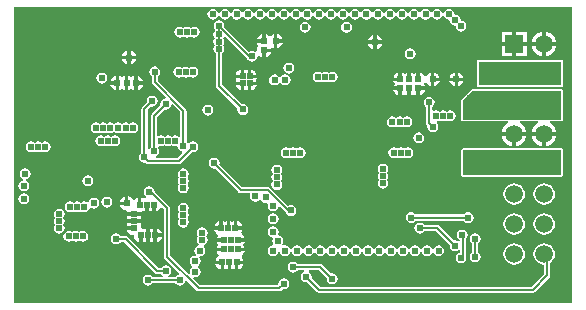
<source format=gbl>
%FSLAX25Y25*%
%MOIN*%
G70*
G01*
G75*
G04 Layer_Physical_Order=2*
G04 Layer_Color=16711680*
%ADD10R,0.02165X0.03740*%
%ADD11R,0.04400X0.05700*%
%ADD12R,0.06890X0.05709*%
%ADD13O,0.02953X0.01181*%
%ADD14R,0.05700X0.04400*%
%ADD15R,0.03937X0.02756*%
%ADD16R,0.02600X0.03800*%
%ADD17R,0.05709X0.05709*%
%ADD18R,0.00984X0.01969*%
%ADD19R,0.01181X0.01969*%
%ADD20R,0.01969X0.00984*%
%ADD21R,0.01969X0.01181*%
%ADD22R,0.08465X0.06299*%
%ADD23O,0.00945X0.02362*%
%ADD24R,0.02200X0.02400*%
%ADD25R,0.17700X0.07100*%
%ADD26R,0.07100X0.14200*%
%ADD27R,0.02400X0.02200*%
%ADD28R,0.05906X0.05906*%
%ADD29R,0.05906X0.04724*%
%ADD30C,0.00800*%
%ADD31C,0.00787*%
%ADD32C,0.01969*%
%ADD33C,0.01181*%
%ADD34C,0.03937*%
%ADD35C,0.02378*%
%ADD36C,0.05906*%
%ADD37R,0.05906X0.05906*%
G36*
X187008Y-99410D02*
X984D01*
Y-984D01*
X187008D01*
Y-99410D01*
D02*
G37*
%LPC*%
G36*
X183455Y-47963D02*
X150778D01*
X150318Y-48153D01*
X150128Y-48612D01*
Y-56880D01*
X150318Y-57339D01*
X150778Y-57529D01*
X183455D01*
X183914Y-57339D01*
X184104Y-56880D01*
Y-48612D01*
X183914Y-48153D01*
X183455Y-47963D01*
D02*
G37*
G36*
X25581Y-57024D02*
X24883Y-57163D01*
X24291Y-57559D01*
X23896Y-58150D01*
X23757Y-58848D01*
X23896Y-59547D01*
X24291Y-60138D01*
X24883Y-60534D01*
X25581Y-60672D01*
X26279Y-60534D01*
X26871Y-60138D01*
X27266Y-59547D01*
X27405Y-58848D01*
X27266Y-58150D01*
X26871Y-57559D01*
X26279Y-57163D01*
X25581Y-57024D01*
D02*
G37*
G36*
X124006Y-53087D02*
X123308Y-53226D01*
X122716Y-53622D01*
X122321Y-54213D01*
X122182Y-54911D01*
X122321Y-55610D01*
X122643Y-56093D01*
X122321Y-56576D01*
X122182Y-57274D01*
X122321Y-57972D01*
X122643Y-58455D01*
X122321Y-58938D01*
X122182Y-59636D01*
X122321Y-60334D01*
X122716Y-60926D01*
X123308Y-61321D01*
X124006Y-61460D01*
X124704Y-61321D01*
X125296Y-60926D01*
X125691Y-60334D01*
X125830Y-59636D01*
X125691Y-58938D01*
X125368Y-58455D01*
X125691Y-57972D01*
X125830Y-57274D01*
X125691Y-56576D01*
X125368Y-56093D01*
X125691Y-55610D01*
X125830Y-54911D01*
X125691Y-54213D01*
X125296Y-53622D01*
X124704Y-53226D01*
X124006Y-53087D01*
D02*
G37*
G36*
X167116Y-43770D02*
X163615D01*
X163679Y-44258D01*
X164096Y-45264D01*
X164758Y-46127D01*
X165622Y-46790D01*
X166628Y-47207D01*
X167116Y-47271D01*
Y-43770D01*
D02*
G37*
G36*
X132274Y-47576D02*
X131576Y-47714D01*
X131093Y-48037D01*
X130609Y-47714D01*
X129911Y-47576D01*
X129213Y-47714D01*
X128730Y-48037D01*
X128247Y-47714D01*
X127549Y-47576D01*
X126851Y-47714D01*
X126259Y-48110D01*
X125864Y-48702D01*
X125725Y-49400D01*
X125864Y-50098D01*
X126259Y-50689D01*
X126851Y-51085D01*
X127549Y-51224D01*
X128247Y-51085D01*
X128730Y-50762D01*
X129213Y-51085D01*
X129911Y-51224D01*
X130609Y-51085D01*
X131093Y-50762D01*
X131576Y-51085D01*
X132274Y-51224D01*
X132972Y-51085D01*
X133563Y-50689D01*
X133959Y-50098D01*
X134098Y-49400D01*
X133959Y-48702D01*
X133563Y-48110D01*
X132972Y-47714D01*
X132274Y-47576D01*
D02*
G37*
G36*
X96447D02*
X95749Y-47714D01*
X95266Y-48037D01*
X94783Y-47714D01*
X94085Y-47576D01*
X93387Y-47714D01*
X92904Y-48037D01*
X92421Y-47714D01*
X91723Y-47576D01*
X91024Y-47714D01*
X90433Y-48110D01*
X90037Y-48702D01*
X89898Y-49400D01*
X90037Y-50098D01*
X90433Y-50689D01*
X91024Y-51085D01*
X91723Y-51224D01*
X92421Y-51085D01*
X92904Y-50762D01*
X93387Y-51085D01*
X94085Y-51224D01*
X94783Y-51085D01*
X95266Y-50762D01*
X95749Y-51085D01*
X96447Y-51224D01*
X97145Y-51085D01*
X97737Y-50689D01*
X98132Y-50098D01*
X98271Y-49400D01*
X98132Y-48702D01*
X97737Y-48110D01*
X97145Y-47714D01*
X96447Y-47576D01*
D02*
G37*
G36*
X88573Y-53481D02*
X87875Y-53620D01*
X87283Y-54015D01*
X86888Y-54607D01*
X86749Y-55305D01*
X86888Y-56003D01*
X87211Y-56486D01*
X86888Y-56969D01*
X86749Y-57667D01*
X86888Y-58365D01*
X87211Y-58848D01*
X86888Y-59332D01*
X86749Y-60030D01*
X86888Y-60728D01*
X87283Y-61319D01*
X87875Y-61715D01*
X88573Y-61854D01*
X89271Y-61715D01*
X89863Y-61319D01*
X90258Y-60728D01*
X90397Y-60030D01*
X90258Y-59332D01*
X89935Y-58848D01*
X90258Y-58365D01*
X90397Y-57667D01*
X90258Y-56969D01*
X89935Y-56486D01*
X90258Y-56003D01*
X90397Y-55305D01*
X90258Y-54607D01*
X89863Y-54015D01*
X89271Y-53620D01*
X88573Y-53481D01*
D02*
G37*
G36*
X37982Y-64030D02*
X37648Y-64096D01*
X36864Y-64620D01*
X36340Y-65404D01*
X36274Y-65738D01*
X37982D01*
Y-64030D01*
D02*
G37*
G36*
X27549Y-64505D02*
X26851Y-64644D01*
X26259Y-65039D01*
X25864Y-65631D01*
X25846Y-65723D01*
X25290Y-65953D01*
X25098Y-65825D01*
X24400Y-65686D01*
X23702Y-65825D01*
X23219Y-66148D01*
X22735Y-65825D01*
X22037Y-65686D01*
X21339Y-65825D01*
X20856Y-66148D01*
X20373Y-65825D01*
X19675Y-65686D01*
X18977Y-65825D01*
X18385Y-66220D01*
X17990Y-66812D01*
X17851Y-67510D01*
X17990Y-68208D01*
X18385Y-68800D01*
X18977Y-69195D01*
X19675Y-69334D01*
X20373Y-69195D01*
X20856Y-68872D01*
X21339Y-69195D01*
X22037Y-69334D01*
X22735Y-69195D01*
X23219Y-68872D01*
X23702Y-69195D01*
X24400Y-69334D01*
X25098Y-69195D01*
X25689Y-68800D01*
X26085Y-68208D01*
X26103Y-68116D01*
X26659Y-67885D01*
X26851Y-68014D01*
X27549Y-68153D01*
X28247Y-68014D01*
X28839Y-67619D01*
X29234Y-67027D01*
X29373Y-66329D01*
X29234Y-65631D01*
X28839Y-65039D01*
X28247Y-64644D01*
X27549Y-64505D01*
D02*
G37*
G36*
X4321Y-62930D02*
X3623Y-63069D01*
X3031Y-63464D01*
X2636Y-64056D01*
X2497Y-64754D01*
X2636Y-65452D01*
X3031Y-66044D01*
X3623Y-66439D01*
X4321Y-66578D01*
X5019Y-66439D01*
X5611Y-66044D01*
X6006Y-65452D01*
X6145Y-64754D01*
X6006Y-64056D01*
X5611Y-63464D01*
X5019Y-63069D01*
X4321Y-62930D01*
D02*
G37*
G36*
X4715Y-54662D02*
X4017Y-54801D01*
X3425Y-55196D01*
X3029Y-55788D01*
X2891Y-56486D01*
X3029Y-57184D01*
X3425Y-57776D01*
X3992Y-58155D01*
X4007Y-58263D01*
X3963Y-58671D01*
X3623Y-58738D01*
X3031Y-59133D01*
X2636Y-59725D01*
X2497Y-60423D01*
X2636Y-61121D01*
X3031Y-61713D01*
X3623Y-62108D01*
X4321Y-62247D01*
X5019Y-62108D01*
X5611Y-61713D01*
X6006Y-61121D01*
X6145Y-60423D01*
X6006Y-59725D01*
X5611Y-59133D01*
X5044Y-58755D01*
X5029Y-58647D01*
X5073Y-58239D01*
X5413Y-58171D01*
X6004Y-57776D01*
X6400Y-57184D01*
X6539Y-56486D01*
X6400Y-55788D01*
X6004Y-55196D01*
X5413Y-54801D01*
X4715Y-54662D01*
D02*
G37*
G36*
X57471D02*
X56773Y-54801D01*
X56181Y-55196D01*
X55785Y-55788D01*
X55647Y-56486D01*
X55785Y-57184D01*
X56108Y-57667D01*
X55785Y-58150D01*
X55647Y-58848D01*
X55785Y-59547D01*
X56108Y-60030D01*
X55785Y-60513D01*
X55647Y-61211D01*
X55785Y-61909D01*
X56181Y-62500D01*
X56773Y-62896D01*
X57471Y-63035D01*
X58169Y-62896D01*
X58760Y-62500D01*
X59156Y-61909D01*
X59294Y-61211D01*
X59156Y-60513D01*
X58833Y-60030D01*
X59156Y-59547D01*
X59294Y-58848D01*
X59156Y-58150D01*
X58833Y-57667D01*
X59156Y-57184D01*
X59294Y-56486D01*
X59156Y-55788D01*
X58760Y-55196D01*
X58169Y-54801D01*
X57471Y-54662D01*
D02*
G37*
G36*
X46052Y-60568D02*
X45354Y-60707D01*
X44762Y-61102D01*
X44367Y-61694D01*
X44228Y-62392D01*
X44367Y-63090D01*
X44762Y-63682D01*
X45010Y-63847D01*
X44904Y-64378D01*
X44341Y-64490D01*
X44085Y-64661D01*
X43828Y-64490D01*
X43494Y-64423D01*
Y-66723D01*
X42313D01*
Y-64423D01*
X41979Y-64490D01*
X41195Y-65014D01*
X41170Y-65050D01*
X40569D01*
X40282Y-64620D01*
X39498Y-64096D01*
X39163Y-64030D01*
Y-66329D01*
X38573D01*
Y-66919D01*
X36274D01*
X36340Y-67254D01*
X36864Y-68037D01*
X37648Y-68561D01*
X38283Y-68688D01*
X38593Y-68880D01*
X38646Y-69231D01*
X38636Y-69282D01*
X43361D01*
X43541Y-69012D01*
X43828Y-68955D01*
X44085Y-68784D01*
X44341Y-68955D01*
X44675Y-69021D01*
Y-66723D01*
X45856D01*
Y-69021D01*
X46191Y-68955D01*
X46447Y-68784D01*
X46703Y-68955D01*
X47037Y-69021D01*
Y-66723D01*
X48219D01*
Y-69021D01*
X48553Y-68955D01*
X49337Y-68431D01*
X49738Y-67831D01*
X50320Y-67707D01*
X50939Y-68326D01*
Y-84045D01*
X51017Y-84435D01*
X51238Y-84766D01*
X56095Y-89624D01*
X55931Y-90167D01*
X55591Y-90234D01*
X55000Y-90630D01*
X54819Y-90900D01*
X52429D01*
X52382Y-90775D01*
X52346Y-90400D01*
X52855Y-90060D01*
X53250Y-89468D01*
X53389Y-88770D01*
X53250Y-88072D01*
X52855Y-87480D01*
X52263Y-87085D01*
X51565Y-86946D01*
X50867Y-87085D01*
X50275Y-87480D01*
X50095Y-87750D01*
X49231D01*
X38900Y-77419D01*
X38569Y-77198D01*
X38179Y-77120D01*
X36500D01*
X36319Y-76850D01*
X35728Y-76455D01*
X35030Y-76316D01*
X34332Y-76455D01*
X33740Y-76850D01*
X33344Y-77442D01*
X33206Y-78140D01*
X33344Y-78838D01*
X33740Y-79430D01*
X34332Y-79825D01*
X35030Y-79964D01*
X35728Y-79825D01*
X36319Y-79430D01*
X36500Y-79159D01*
X37757D01*
X48088Y-89491D01*
X48419Y-89712D01*
X48809Y-89789D01*
X50095D01*
X50275Y-90060D01*
X50784Y-90400D01*
X50748Y-90775D01*
X50701Y-90900D01*
X47130D01*
X46949Y-90630D01*
X46358Y-90234D01*
X45660Y-90095D01*
X44961Y-90234D01*
X44370Y-90630D01*
X43974Y-91221D01*
X43835Y-91919D01*
X43974Y-92617D01*
X44370Y-93209D01*
X44961Y-93604D01*
X45660Y-93743D01*
X46358Y-93604D01*
X46949Y-93209D01*
X47130Y-92939D01*
X54819D01*
X55000Y-93209D01*
X55591Y-93604D01*
X56289Y-93743D01*
X56987Y-93604D01*
X57579Y-93209D01*
X57975Y-92617D01*
X58042Y-92278D01*
X58585Y-92113D01*
X61868Y-95396D01*
X62198Y-95617D01*
X62589Y-95695D01*
X89359D01*
X89749Y-95617D01*
X90080Y-95396D01*
X90615Y-94861D01*
X90934Y-94925D01*
X91632Y-94786D01*
X92224Y-94390D01*
X92619Y-93799D01*
X92758Y-93101D01*
X92619Y-92403D01*
X92224Y-91811D01*
X91632Y-91415D01*
X90934Y-91277D01*
X90236Y-91415D01*
X89644Y-91811D01*
X89249Y-92403D01*
X89110Y-93101D01*
X89137Y-93239D01*
X88776Y-93656D01*
X63011D01*
X60715Y-91359D01*
X60961Y-90899D01*
X61408Y-90987D01*
X62106Y-90849D01*
X62697Y-90453D01*
X63093Y-89861D01*
X63231Y-89163D01*
X63093Y-88465D01*
X62697Y-87874D01*
X62426Y-87692D01*
Y-87091D01*
X62697Y-86910D01*
X63093Y-86318D01*
X63231Y-85620D01*
X63093Y-84922D01*
X62716Y-84358D01*
X62746Y-84243D01*
X62943Y-83893D01*
X62982Y-83901D01*
X63680Y-83762D01*
X64272Y-83367D01*
X64667Y-82775D01*
X64806Y-82077D01*
X64667Y-81379D01*
X64272Y-80787D01*
X64249Y-80772D01*
X64355Y-80241D01*
X64468Y-80219D01*
X65060Y-79823D01*
X65455Y-79232D01*
X65594Y-78534D01*
X65455Y-77836D01*
X65132Y-77352D01*
X65455Y-76869D01*
X65594Y-76171D01*
X65455Y-75473D01*
X65060Y-74882D01*
X64468Y-74486D01*
X63770Y-74347D01*
X63072Y-74486D01*
X62480Y-74882D01*
X62085Y-75473D01*
X61946Y-76171D01*
X62085Y-76869D01*
X62407Y-77352D01*
X62085Y-77836D01*
X61946Y-78534D01*
X62085Y-79232D01*
X62480Y-79823D01*
X62503Y-79838D01*
X62397Y-80369D01*
X62284Y-80392D01*
X61693Y-80787D01*
X61297Y-81379D01*
X61158Y-82077D01*
X61297Y-82775D01*
X61674Y-83339D01*
X61644Y-83454D01*
X61447Y-83804D01*
X61408Y-83796D01*
X60710Y-83935D01*
X60118Y-84330D01*
X59722Y-84922D01*
X59583Y-85620D01*
X59722Y-86318D01*
X60118Y-86910D01*
X60389Y-87091D01*
Y-87692D01*
X60118Y-87874D01*
X59722Y-88465D01*
X59583Y-89163D01*
X59672Y-89610D01*
X59211Y-89856D01*
X52978Y-83623D01*
Y-67904D01*
X52901Y-67513D01*
X52680Y-67183D01*
X47873Y-62376D01*
X47737Y-61694D01*
X47342Y-61102D01*
X46750Y-60707D01*
X46052Y-60568D01*
D02*
G37*
G36*
X131880Y-37339D02*
X131182Y-37478D01*
X130699Y-37801D01*
X130216Y-37478D01*
X129518Y-37339D01*
X128820Y-37478D01*
X128337Y-37801D01*
X127854Y-37478D01*
X127155Y-37339D01*
X126458Y-37478D01*
X125866Y-37874D01*
X125470Y-38465D01*
X125331Y-39163D01*
X125470Y-39861D01*
X125866Y-40453D01*
X126458Y-40849D01*
X127155Y-40987D01*
X127854Y-40849D01*
X128337Y-40526D01*
X128820Y-40849D01*
X129518Y-40987D01*
X130216Y-40849D01*
X130699Y-40526D01*
X131182Y-40849D01*
X131880Y-40987D01*
X132578Y-40849D01*
X133170Y-40453D01*
X133565Y-39861D01*
X133704Y-39163D01*
X133565Y-38465D01*
X133170Y-37874D01*
X132578Y-37478D01*
X131880Y-37339D01*
D02*
G37*
G36*
X139405Y-30844D02*
X138707Y-30983D01*
X138115Y-31378D01*
X137720Y-31970D01*
X137581Y-32668D01*
X137720Y-33366D01*
X138115Y-33957D01*
X138385Y-34138D01*
Y-39602D01*
X138463Y-39992D01*
X138684Y-40323D01*
X138781Y-40420D01*
X138717Y-40738D01*
X138856Y-41436D01*
X139252Y-42028D01*
X139843Y-42423D01*
X140541Y-42562D01*
X141239Y-42423D01*
X141831Y-42028D01*
X142227Y-41436D01*
X142365Y-40738D01*
X142227Y-40040D01*
X141866Y-39500D01*
X141910Y-39226D01*
X142004Y-38963D01*
X142420Y-38880D01*
X142904Y-38557D01*
X143387Y-38880D01*
X144085Y-39019D01*
X144783Y-38880D01*
X145266Y-38557D01*
X145749Y-38880D01*
X146447Y-39019D01*
X147145Y-38880D01*
X147737Y-38485D01*
X148132Y-37893D01*
X148271Y-37195D01*
X148132Y-36497D01*
X147737Y-35905D01*
X147145Y-35510D01*
X146447Y-35371D01*
X145749Y-35510D01*
X145266Y-35833D01*
X144783Y-35510D01*
X144085Y-35371D01*
X143387Y-35510D01*
X142904Y-35833D01*
X142420Y-35510D01*
X141723Y-35371D01*
X141024Y-35510D01*
X140925Y-35576D01*
X140425Y-35309D01*
Y-34138D01*
X140695Y-33957D01*
X141090Y-33366D01*
X141229Y-32668D01*
X141090Y-31970D01*
X140695Y-31378D01*
X140103Y-30983D01*
X139405Y-30844D01*
D02*
G37*
G36*
X40541Y-39308D02*
X39843Y-39447D01*
X39360Y-39770D01*
X38877Y-39447D01*
X38179Y-39308D01*
X37481Y-39447D01*
X36998Y-39770D01*
X36515Y-39447D01*
X35817Y-39308D01*
X35119Y-39447D01*
X34821Y-39646D01*
X34439Y-39805D01*
X34057Y-39646D01*
X33759Y-39447D01*
X33061Y-39308D01*
X32363Y-39447D01*
X31880Y-39770D01*
X31397Y-39447D01*
X30699Y-39308D01*
X30001Y-39447D01*
X29518Y-39770D01*
X29035Y-39447D01*
X28337Y-39308D01*
X27639Y-39447D01*
X27047Y-39842D01*
X26651Y-40434D01*
X26513Y-41132D01*
X26651Y-41830D01*
X27047Y-42422D01*
X27639Y-42817D01*
X28337Y-42956D01*
X29035Y-42817D01*
X29518Y-42494D01*
X30001Y-42817D01*
X30699Y-42956D01*
X31397Y-42817D01*
X31880Y-42494D01*
X32363Y-42817D01*
X33061Y-42956D01*
X33759Y-42817D01*
X34057Y-42618D01*
X34439Y-42459D01*
X34821Y-42618D01*
X35119Y-42817D01*
X35817Y-42956D01*
X36515Y-42817D01*
X36998Y-42494D01*
X37481Y-42817D01*
X38179Y-42956D01*
X38877Y-42817D01*
X39360Y-42494D01*
X39843Y-42817D01*
X40541Y-42956D01*
X41239Y-42817D01*
X41831Y-42422D01*
X42226Y-41830D01*
X42365Y-41132D01*
X42226Y-40434D01*
X41831Y-39842D01*
X41239Y-39447D01*
X40541Y-39308D01*
D02*
G37*
G36*
X129154Y-28533D02*
X127445D01*
X127512Y-28868D01*
X128036Y-29652D01*
X128820Y-30175D01*
X129154Y-30242D01*
Y-28533D01*
D02*
G37*
G36*
X47860Y-20696D02*
X47162Y-20835D01*
X46570Y-21230D01*
X46175Y-21822D01*
X46036Y-22520D01*
X46175Y-23218D01*
X46570Y-23810D01*
X46840Y-23990D01*
Y-25813D01*
X46918Y-26203D01*
X47139Y-26534D01*
X51591Y-30985D01*
X51385Y-31487D01*
X50867Y-31590D01*
X50275Y-31985D01*
X49880Y-32577D01*
X49741Y-33275D01*
X49804Y-33594D01*
X46907Y-36491D01*
X46686Y-36822D01*
X46608Y-37212D01*
Y-47536D01*
X46338Y-47716D01*
X45998Y-48225D01*
X45623Y-48189D01*
X45498Y-48142D01*
Y-35255D01*
X46719Y-34034D01*
X47037Y-34098D01*
X47735Y-33959D01*
X48327Y-33563D01*
X48723Y-32972D01*
X48861Y-32274D01*
X48723Y-31576D01*
X48327Y-30984D01*
X47735Y-30588D01*
X47037Y-30450D01*
X46339Y-30588D01*
X45748Y-30984D01*
X45352Y-31576D01*
X45213Y-32274D01*
X45277Y-32592D01*
X43757Y-34112D01*
X43536Y-34442D01*
X43459Y-34833D01*
Y-49504D01*
X43189Y-49685D01*
X42793Y-50276D01*
X42654Y-50974D01*
X42793Y-51673D01*
X43189Y-52264D01*
X43780Y-52660D01*
X44478Y-52798D01*
X44797Y-52735D01*
X44938Y-52877D01*
X45269Y-53097D01*
X45660Y-53175D01*
X55896D01*
X56286Y-53097D01*
X56617Y-52877D01*
X60301Y-49192D01*
X60620Y-49255D01*
X61318Y-49116D01*
X61910Y-48721D01*
X62305Y-48129D01*
X62444Y-47431D01*
X62305Y-46733D01*
X61910Y-46141D01*
X61318Y-45746D01*
X60620Y-45607D01*
X59922Y-45746D01*
X59442Y-46067D01*
X58878Y-46075D01*
X58793Y-45996D01*
X58770Y-45962D01*
X58722Y-45930D01*
X58500Y-45722D01*
Y-35433D01*
X58422Y-35043D01*
X58201Y-34712D01*
X48880Y-25390D01*
Y-23990D01*
X49150Y-23810D01*
X49545Y-23218D01*
X49684Y-22520D01*
X49545Y-21822D01*
X49150Y-21230D01*
X48558Y-20835D01*
X47860Y-20696D01*
D02*
G37*
G36*
X65588Y-33402D02*
X64890Y-33541D01*
X64298Y-33937D01*
X63903Y-34528D01*
X63764Y-35226D01*
X63903Y-35924D01*
X64298Y-36516D01*
X64890Y-36911D01*
X65588Y-37050D01*
X66286Y-36911D01*
X66878Y-36516D01*
X67273Y-35924D01*
X67412Y-35226D01*
X67273Y-34528D01*
X66878Y-33937D01*
X66286Y-33541D01*
X65588Y-33402D01*
D02*
G37*
G36*
X183455Y-28278D02*
X153730D01*
X153271Y-28468D01*
X150318Y-31421D01*
X150128Y-31880D01*
Y-38376D01*
X150318Y-38835D01*
X150778Y-39025D01*
X165626D01*
X165725Y-39525D01*
X165622Y-39568D01*
X164758Y-40231D01*
X164096Y-41094D01*
X163679Y-42100D01*
X163615Y-42589D01*
X171799D01*
X171734Y-42100D01*
X171318Y-41094D01*
X170655Y-40231D01*
X169791Y-39568D01*
X169688Y-39525D01*
X169788Y-39025D01*
X175626D01*
X175725Y-39525D01*
X175622Y-39568D01*
X174758Y-40231D01*
X174096Y-41094D01*
X173679Y-42100D01*
X173615Y-42589D01*
X181799D01*
X181734Y-42100D01*
X181318Y-41094D01*
X180655Y-40231D01*
X179791Y-39568D01*
X179688Y-39525D01*
X179788Y-39025D01*
X183455D01*
X183914Y-38835D01*
X184104Y-38376D01*
Y-28927D01*
X183914Y-28468D01*
X183455Y-28278D01*
D02*
G37*
G36*
X181799Y-43770D02*
X178297D01*
Y-47271D01*
X178786Y-47207D01*
X179791Y-46790D01*
X180655Y-46127D01*
X181318Y-45264D01*
X181734Y-44258D01*
X181799Y-43770D01*
D02*
G37*
G36*
X177116D02*
X173615D01*
X173679Y-44258D01*
X174096Y-45264D01*
X174758Y-46127D01*
X175622Y-46790D01*
X176628Y-47207D01*
X177116Y-47271D01*
Y-43770D01*
D02*
G37*
G36*
X171799D02*
X168297D01*
Y-47271D01*
X168786Y-47207D01*
X169791Y-46790D01*
X170655Y-46127D01*
X171318Y-45264D01*
X171734Y-44258D01*
X171799Y-43770D01*
D02*
G37*
G36*
X34636Y-43639D02*
X33938Y-43777D01*
X33455Y-44100D01*
X32972Y-43777D01*
X32274Y-43639D01*
X31576Y-43777D01*
X31093Y-44100D01*
X30610Y-43777D01*
X29911Y-43639D01*
X29213Y-43777D01*
X28622Y-44173D01*
X28226Y-44765D01*
X28087Y-45463D01*
X28226Y-46161D01*
X28622Y-46752D01*
X29213Y-47148D01*
X29911Y-47287D01*
X30610Y-47148D01*
X31093Y-46825D01*
X31576Y-47148D01*
X32274Y-47287D01*
X32972Y-47148D01*
X33455Y-46825D01*
X33938Y-47148D01*
X34636Y-47287D01*
X35334Y-47148D01*
X35926Y-46752D01*
X36321Y-46161D01*
X36460Y-45463D01*
X36321Y-44765D01*
X35926Y-44173D01*
X35334Y-43777D01*
X34636Y-43639D01*
D02*
G37*
G36*
X11407Y-45607D02*
X10710Y-45746D01*
X10226Y-46069D01*
X9743Y-45746D01*
X9045Y-45607D01*
X8347Y-45746D01*
X7864Y-46069D01*
X7381Y-45746D01*
X6683Y-45607D01*
X5985Y-45746D01*
X5393Y-46141D01*
X4998Y-46733D01*
X4859Y-47431D01*
X4998Y-48129D01*
X5393Y-48721D01*
X5985Y-49116D01*
X6683Y-49255D01*
X7381Y-49116D01*
X7864Y-48794D01*
X8347Y-49116D01*
X9045Y-49255D01*
X9743Y-49116D01*
X10226Y-48794D01*
X10710Y-49116D01*
X11407Y-49255D01*
X12105Y-49116D01*
X12697Y-48721D01*
X13093Y-48129D01*
X13231Y-47431D01*
X13093Y-46733D01*
X12697Y-46141D01*
X12105Y-45746D01*
X11407Y-45607D01*
D02*
G37*
G36*
X135863Y-42654D02*
X135165Y-42793D01*
X134574Y-43189D01*
X134178Y-43780D01*
X134039Y-44478D01*
X134178Y-45176D01*
X134574Y-45768D01*
X135165Y-46163D01*
X135863Y-46302D01*
X136562Y-46163D01*
X137153Y-45768D01*
X137549Y-45176D01*
X137688Y-44478D01*
X137549Y-43780D01*
X137153Y-43189D01*
X136562Y-42793D01*
X135863Y-42654D01*
D02*
G37*
G36*
X167707Y-69596D02*
X166779Y-69718D01*
X165915Y-70076D01*
X165173Y-70645D01*
X164603Y-71387D01*
X164245Y-72252D01*
X164123Y-73179D01*
X164245Y-74107D01*
X164603Y-74971D01*
X165173Y-75713D01*
X165915Y-76283D01*
X166779Y-76640D01*
X167707Y-76763D01*
X168634Y-76640D01*
X169498Y-76283D01*
X170241Y-75713D01*
X170810Y-74971D01*
X171168Y-74107D01*
X171290Y-73179D01*
X171168Y-72252D01*
X170810Y-71387D01*
X170241Y-70645D01*
X169498Y-70076D01*
X168634Y-69718D01*
X167707Y-69596D01*
D02*
G37*
G36*
X50321Y-77549D02*
X48612D01*
Y-79258D01*
X48946Y-79191D01*
X49730Y-78667D01*
X50254Y-77883D01*
X50321Y-77549D01*
D02*
G37*
G36*
X43234Y-72825D02*
X38636D01*
X38702Y-73159D01*
X38874Y-73415D01*
X38702Y-73672D01*
X38636Y-74006D01*
X40935D01*
Y-75187D01*
X38636D01*
X38702Y-75521D01*
X39226Y-76305D01*
X40010Y-76829D01*
X40890Y-77004D01*
X41065Y-77883D01*
X41589Y-78667D01*
X42373Y-79191D01*
X42707Y-79258D01*
Y-76959D01*
X43888D01*
Y-79258D01*
X44222Y-79191D01*
X44478Y-79020D01*
X44735Y-79191D01*
X45069Y-79258D01*
Y-76959D01*
Y-74660D01*
X44735Y-74726D01*
X44478Y-74897D01*
X44222Y-74726D01*
X43343Y-74551D01*
X43168Y-73672D01*
X42996Y-73415D01*
X43168Y-73159D01*
X43234Y-72825D01*
D02*
G37*
G36*
X48612Y-74660D02*
Y-76368D01*
X50321D01*
X50254Y-76034D01*
X49730Y-75250D01*
X48946Y-74726D01*
X48612Y-74660D01*
D02*
G37*
G36*
X16132Y-68048D02*
X15434Y-68187D01*
X14842Y-68582D01*
X14447Y-69174D01*
X14308Y-69872D01*
X14447Y-70570D01*
X14770Y-71053D01*
X14447Y-71536D01*
X14308Y-72234D01*
X14447Y-72932D01*
X14770Y-73415D01*
X14447Y-73899D01*
X14308Y-74597D01*
X14447Y-75295D01*
X14842Y-75886D01*
X15434Y-76282D01*
X16132Y-76420D01*
X16830Y-76282D01*
X17422Y-75886D01*
X17817Y-75295D01*
X17956Y-74597D01*
X17817Y-73899D01*
X17494Y-73415D01*
X17817Y-72932D01*
X17956Y-72234D01*
X17817Y-71536D01*
X17494Y-71053D01*
X17817Y-70570D01*
X17956Y-69872D01*
X17817Y-69174D01*
X17422Y-68582D01*
X16830Y-68187D01*
X16132Y-68048D01*
D02*
G37*
G36*
X177707Y-69596D02*
X176779Y-69718D01*
X175915Y-70076D01*
X175173Y-70645D01*
X174603Y-71387D01*
X174245Y-72252D01*
X174123Y-73179D01*
X174245Y-74107D01*
X174603Y-74971D01*
X175173Y-75713D01*
X175915Y-76283D01*
X176779Y-76640D01*
X177707Y-76763D01*
X178634Y-76640D01*
X179498Y-76283D01*
X180241Y-75713D01*
X180810Y-74971D01*
X181168Y-74107D01*
X181290Y-73179D01*
X181168Y-72252D01*
X180810Y-71387D01*
X180241Y-70645D01*
X179498Y-70076D01*
X178634Y-69718D01*
X177707Y-69596D01*
D02*
G37*
G36*
X87392Y-73954D02*
X86694Y-74092D01*
X86102Y-74488D01*
X85707Y-75080D01*
X85568Y-75778D01*
X85707Y-76476D01*
X86102Y-77067D01*
X86694Y-77463D01*
X87134Y-77550D01*
X87385Y-78074D01*
X87281Y-78229D01*
X87142Y-78927D01*
X87281Y-79625D01*
X87385Y-79781D01*
X87134Y-80304D01*
X86694Y-80392D01*
X86102Y-80787D01*
X85707Y-81379D01*
X85568Y-82077D01*
X85707Y-82775D01*
X86102Y-83367D01*
X86694Y-83762D01*
X87392Y-83901D01*
X88090Y-83762D01*
X88682Y-83367D01*
X89077Y-82775D01*
X89105Y-82632D01*
X89615D01*
X89644Y-82775D01*
X90039Y-83367D01*
X90631Y-83762D01*
X91329Y-83901D01*
X92027Y-83762D01*
X92619Y-83367D01*
X93014Y-82775D01*
X93042Y-82632D01*
X93552D01*
X93581Y-82775D01*
X93976Y-83367D01*
X94568Y-83762D01*
X95266Y-83901D01*
X95964Y-83762D01*
X96556Y-83367D01*
X96951Y-82775D01*
X96979Y-82632D01*
X97489D01*
X97518Y-82775D01*
X97913Y-83367D01*
X98505Y-83762D01*
X99203Y-83901D01*
X99901Y-83762D01*
X100493Y-83367D01*
X100888Y-82775D01*
X100916Y-82632D01*
X101426D01*
X101455Y-82775D01*
X101850Y-83367D01*
X102442Y-83762D01*
X103140Y-83901D01*
X103838Y-83762D01*
X104430Y-83367D01*
X104825Y-82775D01*
X104853Y-82632D01*
X105363D01*
X105392Y-82775D01*
X105787Y-83367D01*
X106379Y-83762D01*
X107077Y-83901D01*
X107775Y-83762D01*
X108367Y-83367D01*
X108762Y-82775D01*
X108790Y-82632D01*
X109300D01*
X109329Y-82775D01*
X109724Y-83367D01*
X110316Y-83762D01*
X111014Y-83901D01*
X111712Y-83762D01*
X112304Y-83367D01*
X112699Y-82775D01*
X112727Y-82632D01*
X113237D01*
X113266Y-82775D01*
X113661Y-83367D01*
X114253Y-83762D01*
X114951Y-83901D01*
X115649Y-83762D01*
X116241Y-83367D01*
X116636Y-82775D01*
X116664Y-82632D01*
X117174D01*
X117203Y-82775D01*
X117598Y-83367D01*
X118190Y-83762D01*
X118888Y-83901D01*
X119586Y-83762D01*
X120178Y-83367D01*
X120573Y-82775D01*
X120601Y-82632D01*
X121111D01*
X121140Y-82775D01*
X121535Y-83367D01*
X122127Y-83762D01*
X122825Y-83901D01*
X123523Y-83762D01*
X124115Y-83367D01*
X124510Y-82775D01*
X124538Y-82632D01*
X125048D01*
X125077Y-82775D01*
X125472Y-83367D01*
X126064Y-83762D01*
X126762Y-83901D01*
X127460Y-83762D01*
X128052Y-83367D01*
X128447Y-82775D01*
X128475Y-82632D01*
X128985D01*
X129014Y-82775D01*
X129409Y-83367D01*
X130001Y-83762D01*
X130699Y-83901D01*
X131397Y-83762D01*
X131989Y-83367D01*
X132384Y-82775D01*
X132412Y-82632D01*
X132922D01*
X132951Y-82775D01*
X133346Y-83367D01*
X133938Y-83762D01*
X134636Y-83901D01*
X135334Y-83762D01*
X135926Y-83367D01*
X136321Y-82775D01*
X136349Y-82632D01*
X136859D01*
X136888Y-82775D01*
X137283Y-83367D01*
X137875Y-83762D01*
X138573Y-83901D01*
X139271Y-83762D01*
X139863Y-83367D01*
X140258Y-82775D01*
X140287Y-82632D01*
X140796D01*
X140825Y-82775D01*
X141220Y-83367D01*
X141812Y-83762D01*
X142510Y-83901D01*
X143208Y-83762D01*
X143800Y-83367D01*
X144195Y-82775D01*
X144334Y-82077D01*
X144195Y-81379D01*
X143800Y-80787D01*
X143208Y-80392D01*
X142510Y-80253D01*
X141812Y-80392D01*
X141220Y-80787D01*
X140825Y-81379D01*
X140796Y-81522D01*
X140287D01*
X140258Y-81379D01*
X139863Y-80787D01*
X139271Y-80392D01*
X138573Y-80253D01*
X137875Y-80392D01*
X137283Y-80787D01*
X136888Y-81379D01*
X136859Y-81522D01*
X136349D01*
X136321Y-81379D01*
X135926Y-80787D01*
X135334Y-80392D01*
X134636Y-80253D01*
X133938Y-80392D01*
X133346Y-80787D01*
X132951Y-81379D01*
X132922Y-81522D01*
X132412D01*
X132384Y-81379D01*
X131989Y-80787D01*
X131397Y-80392D01*
X130699Y-80253D01*
X130001Y-80392D01*
X129409Y-80787D01*
X129014Y-81379D01*
X128985Y-81522D01*
X128475D01*
X128447Y-81379D01*
X128052Y-80787D01*
X127460Y-80392D01*
X126762Y-80253D01*
X126064Y-80392D01*
X125472Y-80787D01*
X125077Y-81379D01*
X125048Y-81522D01*
X124538D01*
X124510Y-81379D01*
X124115Y-80787D01*
X123523Y-80392D01*
X122825Y-80253D01*
X122127Y-80392D01*
X121535Y-80787D01*
X121140Y-81379D01*
X121111Y-81522D01*
X120601D01*
X120573Y-81379D01*
X120178Y-80787D01*
X119586Y-80392D01*
X118888Y-80253D01*
X118190Y-80392D01*
X117598Y-80787D01*
X117203Y-81379D01*
X117174Y-81522D01*
X116664D01*
X116636Y-81379D01*
X116241Y-80787D01*
X115649Y-80392D01*
X114951Y-80253D01*
X114253Y-80392D01*
X113661Y-80787D01*
X113266Y-81379D01*
X113237Y-81522D01*
X112727D01*
X112699Y-81379D01*
X112304Y-80787D01*
X111712Y-80392D01*
X111014Y-80253D01*
X110316Y-80392D01*
X109724Y-80787D01*
X109329Y-81379D01*
X109300Y-81522D01*
X108790D01*
X108762Y-81379D01*
X108367Y-80787D01*
X107775Y-80392D01*
X107077Y-80253D01*
X106379Y-80392D01*
X105787Y-80787D01*
X105392Y-81379D01*
X105363Y-81522D01*
X104853D01*
X104825Y-81379D01*
X104430Y-80787D01*
X103838Y-80392D01*
X103140Y-80253D01*
X102442Y-80392D01*
X101850Y-80787D01*
X101455Y-81379D01*
X101426Y-81522D01*
X100916D01*
X100888Y-81379D01*
X100493Y-80787D01*
X99901Y-80392D01*
X99203Y-80253D01*
X98505Y-80392D01*
X97913Y-80787D01*
X97518Y-81379D01*
X97489Y-81522D01*
X96979D01*
X96951Y-81379D01*
X96556Y-80787D01*
X95964Y-80392D01*
X95266Y-80253D01*
X94568Y-80392D01*
X93976Y-80787D01*
X93581Y-81379D01*
X93552Y-81522D01*
X93042D01*
X93014Y-81379D01*
X92619Y-80787D01*
X92027Y-80392D01*
X91329Y-80253D01*
X90758Y-80366D01*
X90462Y-80034D01*
X90427Y-79961D01*
X90652Y-79625D01*
X90791Y-78927D01*
X90652Y-78229D01*
X90256Y-77637D01*
X89665Y-77242D01*
X89225Y-77154D01*
X88973Y-76631D01*
X89077Y-76476D01*
X89216Y-75778D01*
X89077Y-75080D01*
X88682Y-74488D01*
X88090Y-74092D01*
X87392Y-73954D01*
D02*
G37*
G36*
X77486Y-86604D02*
X75778D01*
Y-88313D01*
X76112Y-88246D01*
X76896Y-87722D01*
X77420Y-86939D01*
X77486Y-86604D01*
D02*
G37*
G36*
X69872D02*
X68164D01*
X68230Y-86939D01*
X68754Y-87722D01*
X69538Y-88246D01*
X69872Y-88313D01*
Y-86604D01*
D02*
G37*
G36*
X177707Y-79596D02*
X176779Y-79718D01*
X175915Y-80076D01*
X175173Y-80645D01*
X174603Y-81388D01*
X174245Y-82252D01*
X174123Y-83179D01*
X174245Y-84107D01*
X174603Y-84971D01*
X175173Y-85713D01*
X175915Y-86282D01*
X176779Y-86641D01*
X177707Y-86763D01*
X177711Y-86766D01*
Y-89922D01*
X173584Y-94049D01*
X103168D01*
X100176Y-91057D01*
X100239Y-90738D01*
X100101Y-90040D01*
X99705Y-89448D01*
X99196Y-89108D01*
X99233Y-88733D01*
X99279Y-88608D01*
X102717D01*
X105316Y-91207D01*
X105253Y-91526D01*
X105392Y-92224D01*
X105787Y-92815D01*
X106379Y-93211D01*
X107077Y-93350D01*
X107775Y-93211D01*
X108367Y-92815D01*
X108762Y-92224D01*
X108901Y-91526D01*
X108762Y-90828D01*
X108367Y-90236D01*
X107775Y-89840D01*
X107077Y-89702D01*
X106758Y-89765D01*
X103861Y-86868D01*
X103530Y-86647D01*
X103140Y-86569D01*
X95555D01*
X95374Y-86299D01*
X94783Y-85903D01*
X94085Y-85765D01*
X93387Y-85903D01*
X92795Y-86299D01*
X92400Y-86891D01*
X92261Y-87589D01*
X92400Y-88287D01*
X92795Y-88878D01*
X93387Y-89274D01*
X94085Y-89413D01*
X94783Y-89274D01*
X95374Y-88878D01*
X95555Y-88608D01*
X97552D01*
X97598Y-88733D01*
X97635Y-89108D01*
X97126Y-89448D01*
X96730Y-90040D01*
X96591Y-90738D01*
X96730Y-91436D01*
X97126Y-92028D01*
X97717Y-92423D01*
X98415Y-92562D01*
X98734Y-92499D01*
X102025Y-95790D01*
X102356Y-96011D01*
X102746Y-96088D01*
X174006D01*
X174396Y-96011D01*
X174727Y-95790D01*
X179451Y-91066D01*
X179672Y-90735D01*
X179750Y-90345D01*
Y-86089D01*
X180241Y-85713D01*
X180810Y-84971D01*
X181168Y-84107D01*
X181290Y-83179D01*
X181168Y-82252D01*
X180810Y-81388D01*
X180241Y-80645D01*
X179498Y-80076D01*
X178634Y-79718D01*
X177707Y-79596D01*
D02*
G37*
G36*
X154715Y-76316D02*
X154017Y-76455D01*
X153425Y-76850D01*
X153029Y-77442D01*
X152891Y-78140D01*
X153029Y-78838D01*
X153425Y-79430D01*
X153695Y-79610D01*
Y-82575D01*
X153425Y-82756D01*
X153029Y-83347D01*
X152891Y-84045D01*
X153029Y-84743D01*
X153425Y-85335D01*
X154017Y-85730D01*
X154715Y-85869D01*
X155413Y-85730D01*
X156004Y-85335D01*
X156400Y-84743D01*
X156539Y-84045D01*
X156400Y-83347D01*
X156004Y-82756D01*
X155734Y-82575D01*
Y-79610D01*
X156004Y-79430D01*
X156400Y-78838D01*
X156539Y-78140D01*
X156400Y-77442D01*
X156004Y-76850D01*
X155413Y-76455D01*
X154715Y-76316D01*
D02*
G37*
G36*
X136211Y-72773D02*
X135513Y-72911D01*
X134921Y-73307D01*
X134526Y-73899D01*
X134387Y-74597D01*
X134526Y-75295D01*
X134921Y-75886D01*
X135513Y-76282D01*
X136211Y-76420D01*
X136909Y-76282D01*
X137500Y-75886D01*
X137681Y-75616D01*
X141694D01*
X146261Y-80183D01*
X146198Y-80502D01*
X146336Y-81200D01*
X146732Y-81792D01*
X147324Y-82187D01*
X148022Y-82326D01*
X148720Y-82187D01*
X149258Y-81827D01*
X149498Y-81889D01*
X149758Y-82024D01*
Y-82661D01*
X149292Y-82754D01*
X148700Y-83149D01*
X148305Y-83741D01*
X148166Y-84439D01*
X148305Y-85137D01*
X148700Y-85729D01*
X149292Y-86124D01*
X149990Y-86263D01*
X150688Y-86124D01*
X151280Y-85729D01*
X151675Y-85137D01*
X151814Y-84439D01*
X151727Y-84003D01*
X151797Y-83652D01*
Y-78062D01*
X152068Y-77657D01*
X152207Y-76959D01*
X152068Y-76261D01*
X151672Y-75669D01*
X151081Y-75274D01*
X150383Y-75135D01*
X149685Y-75274D01*
X149093Y-75669D01*
X148697Y-76261D01*
X148558Y-76959D01*
X148697Y-77657D01*
X149093Y-78249D01*
X149525Y-78538D01*
X149536Y-78761D01*
X149047Y-79036D01*
X148720Y-78817D01*
X148022Y-78678D01*
X147703Y-78741D01*
X142837Y-73875D01*
X142506Y-73655D01*
X142116Y-73577D01*
X137681D01*
X137500Y-73307D01*
X136909Y-72911D01*
X136211Y-72773D01*
D02*
G37*
G36*
X167707Y-79596D02*
X166779Y-79718D01*
X165915Y-80076D01*
X165173Y-80645D01*
X164603Y-81388D01*
X164245Y-82252D01*
X164123Y-83179D01*
X164245Y-84107D01*
X164603Y-84971D01*
X165173Y-85713D01*
X165915Y-86282D01*
X166779Y-86641D01*
X167707Y-86763D01*
X168634Y-86641D01*
X169498Y-86282D01*
X170241Y-85713D01*
X170810Y-84971D01*
X171168Y-84107D01*
X171290Y-83179D01*
X171168Y-82252D01*
X170810Y-81388D01*
X170241Y-80645D01*
X169498Y-80076D01*
X168634Y-79718D01*
X167707Y-79596D01*
D02*
G37*
G36*
X67707Y-51119D02*
X67009Y-51258D01*
X66417Y-51653D01*
X66022Y-52245D01*
X65883Y-52943D01*
X66022Y-53641D01*
X66417Y-54233D01*
X67009Y-54628D01*
X67707Y-54767D01*
X68025Y-54703D01*
X75820Y-62498D01*
X76151Y-62720D01*
X76541Y-62797D01*
X79541D01*
X79797Y-63210D01*
X79795Y-63297D01*
X79662Y-63967D01*
X79801Y-64665D01*
X80196Y-65256D01*
X80788Y-65652D01*
X81486Y-65791D01*
X82184Y-65652D01*
X82776Y-65256D01*
X82851Y-65143D01*
X83003Y-65117D01*
X83427Y-65182D01*
X83740Y-65650D01*
X84332Y-66045D01*
X85030Y-66184D01*
X85297Y-66131D01*
X85422Y-66219D01*
X85677Y-66565D01*
X85568Y-67116D01*
X85707Y-67814D01*
X86102Y-68406D01*
X86694Y-68801D01*
X87392Y-68940D01*
X88090Y-68801D01*
X88682Y-68406D01*
X89077Y-67814D01*
X89135Y-67520D01*
X89678Y-67355D01*
X91587Y-69264D01*
X91612Y-69389D01*
X92007Y-69981D01*
X92599Y-70376D01*
X93297Y-70515D01*
X93995Y-70376D01*
X94587Y-69981D01*
X94982Y-69389D01*
X95121Y-68691D01*
X94982Y-67993D01*
X94587Y-67401D01*
X93995Y-67006D01*
X93297Y-66867D01*
X92599Y-67006D01*
X92368Y-67161D01*
X86264Y-61057D01*
X85933Y-60836D01*
X85543Y-60758D01*
X76964D01*
X69467Y-53262D01*
X69531Y-52943D01*
X69392Y-52245D01*
X68997Y-51653D01*
X68405Y-51258D01*
X67707Y-51119D01*
D02*
G37*
G36*
X43234Y-70463D02*
X38636D01*
X38702Y-70797D01*
X38874Y-71053D01*
X38702Y-71310D01*
X38636Y-71644D01*
X43234D01*
X43168Y-71310D01*
X42996Y-71053D01*
X43168Y-70797D01*
X43234Y-70463D01*
D02*
G37*
G36*
X74203Y-72297D02*
X73869Y-72364D01*
X73612Y-72535D01*
X73356Y-72364D01*
X73022Y-72297D01*
Y-74597D01*
X71841D01*
Y-72297D01*
X71506Y-72364D01*
X71250Y-72535D01*
X70994Y-72364D01*
X70660Y-72297D01*
Y-74597D01*
X70069D01*
Y-75187D01*
X67770D01*
X67836Y-75521D01*
X68360Y-76305D01*
X68729Y-76552D01*
X68867Y-77245D01*
X68624Y-77609D01*
X68557Y-77943D01*
X70856D01*
Y-79124D01*
X68557D01*
X68624Y-79458D01*
X69058Y-80108D01*
X68624Y-80758D01*
X68557Y-81093D01*
X70856D01*
Y-82274D01*
X68557D01*
X68624Y-82608D01*
X69148Y-83392D01*
X69184Y-83416D01*
Y-84018D01*
X68754Y-84305D01*
X68230Y-85089D01*
X68164Y-85423D01*
X70463D01*
Y-86014D01*
X71053D01*
Y-88313D01*
X71387Y-88246D01*
X71644Y-88075D01*
X71900Y-88246D01*
X72234Y-88313D01*
Y-86014D01*
X73415D01*
Y-88313D01*
X73750Y-88246D01*
X74006Y-88075D01*
X74262Y-88246D01*
X74597Y-88313D01*
Y-86014D01*
X75187D01*
Y-85423D01*
X77486D01*
X77420Y-85089D01*
X76896Y-84305D01*
X76859Y-84281D01*
Y-83679D01*
X77289Y-83392D01*
X77813Y-82608D01*
X77880Y-82274D01*
X75581D01*
Y-81093D01*
X77880D01*
X77813Y-80758D01*
X77379Y-80108D01*
X77813Y-79458D01*
X77880Y-79124D01*
X75581D01*
Y-77943D01*
X77880D01*
X77813Y-77609D01*
X77289Y-76825D01*
X76921Y-76578D01*
X76783Y-75885D01*
X77026Y-75521D01*
X77092Y-75187D01*
X74793D01*
Y-74597D01*
X74203D01*
Y-72297D01*
D02*
G37*
G36*
X177707Y-59596D02*
X176779Y-59718D01*
X175915Y-60076D01*
X175173Y-60645D01*
X174603Y-61387D01*
X174245Y-62252D01*
X174123Y-63179D01*
X174245Y-64107D01*
X174603Y-64971D01*
X175173Y-65713D01*
X175915Y-66282D01*
X176779Y-66641D01*
X177707Y-66763D01*
X178634Y-66641D01*
X179498Y-66282D01*
X180241Y-65713D01*
X180810Y-64971D01*
X181168Y-64107D01*
X181290Y-63179D01*
X181168Y-62252D01*
X180810Y-61387D01*
X180241Y-60645D01*
X179498Y-60076D01*
X178634Y-59718D01*
X177707Y-59596D01*
D02*
G37*
G36*
X167707D02*
X166779Y-59718D01*
X165915Y-60076D01*
X165173Y-60645D01*
X164603Y-61387D01*
X164245Y-62252D01*
X164123Y-63179D01*
X164245Y-64107D01*
X164603Y-64971D01*
X165173Y-65713D01*
X165915Y-66282D01*
X166779Y-66641D01*
X167707Y-66763D01*
X168634Y-66641D01*
X169498Y-66282D01*
X170241Y-65713D01*
X170810Y-64971D01*
X171168Y-64107D01*
X171290Y-63179D01*
X171168Y-62252D01*
X170810Y-61387D01*
X170241Y-60645D01*
X169498Y-60076D01*
X168634Y-59718D01*
X167707Y-59596D01*
D02*
G37*
G36*
X31880Y-64111D02*
X31182Y-64250D01*
X30590Y-64645D01*
X30195Y-65237D01*
X30056Y-65935D01*
X30195Y-66633D01*
X30590Y-67225D01*
X31182Y-67620D01*
X31880Y-67759D01*
X32578Y-67620D01*
X33170Y-67225D01*
X33565Y-66633D01*
X33704Y-65935D01*
X33565Y-65237D01*
X33170Y-64645D01*
X32578Y-64250D01*
X31880Y-64111D01*
D02*
G37*
G36*
X133455Y-69229D02*
X132757Y-69368D01*
X132165Y-69763D01*
X131770Y-70355D01*
X131631Y-71053D01*
X131770Y-71751D01*
X132165Y-72343D01*
X132757Y-72738D01*
X133455Y-72877D01*
X134153Y-72738D01*
X134745Y-72343D01*
X134925Y-72073D01*
X150881D01*
X151061Y-72343D01*
X151653Y-72739D01*
X152351Y-72877D01*
X153049Y-72739D01*
X153641Y-72343D01*
X154036Y-71751D01*
X154175Y-71053D01*
X154036Y-70355D01*
X153641Y-69764D01*
X153049Y-69368D01*
X152351Y-69229D01*
X151653Y-69368D01*
X151061Y-69764D01*
X150881Y-70034D01*
X134925D01*
X134745Y-69763D01*
X134153Y-69368D01*
X133455Y-69229D01*
D02*
G37*
G36*
X57471Y-66079D02*
X56773Y-66218D01*
X56181Y-66614D01*
X55785Y-67206D01*
X55647Y-67904D01*
X55785Y-68602D01*
X56108Y-69085D01*
X55785Y-69568D01*
X55647Y-70266D01*
X55785Y-70964D01*
X56108Y-71447D01*
X55785Y-71930D01*
X55647Y-72628D01*
X55785Y-73326D01*
X56181Y-73918D01*
X56773Y-74313D01*
X57471Y-74452D01*
X58169Y-74313D01*
X58760Y-73918D01*
X59156Y-73326D01*
X59294Y-72628D01*
X59156Y-71930D01*
X58833Y-71447D01*
X59156Y-70964D01*
X59294Y-70266D01*
X59156Y-69568D01*
X58833Y-69085D01*
X59156Y-68602D01*
X59294Y-67904D01*
X59156Y-67206D01*
X58760Y-66614D01*
X58169Y-66218D01*
X57471Y-66079D01*
D02*
G37*
G36*
X47431Y-74660D02*
X47097Y-74726D01*
X46841Y-74897D01*
X46584Y-74726D01*
X46250Y-74660D01*
Y-76959D01*
Y-79258D01*
X46584Y-79191D01*
X46841Y-79020D01*
X47097Y-79191D01*
X47431Y-79258D01*
Y-76959D01*
Y-74660D01*
D02*
G37*
G36*
X24006Y-75528D02*
X23308Y-75667D01*
X22825Y-75990D01*
X22342Y-75667D01*
X21644Y-75528D01*
X20946Y-75667D01*
X20463Y-75990D01*
X19979Y-75667D01*
X19282Y-75528D01*
X18584Y-75667D01*
X17992Y-76063D01*
X17596Y-76654D01*
X17458Y-77352D01*
X17596Y-78050D01*
X17992Y-78642D01*
X18584Y-79037D01*
X19282Y-79176D01*
X19979Y-79037D01*
X20463Y-78715D01*
X20946Y-79037D01*
X21644Y-79176D01*
X22342Y-79037D01*
X22825Y-78715D01*
X23308Y-79037D01*
X24006Y-79176D01*
X24704Y-79037D01*
X25296Y-78642D01*
X25691Y-78050D01*
X25830Y-77352D01*
X25691Y-76654D01*
X25296Y-76063D01*
X24704Y-75667D01*
X24006Y-75528D01*
D02*
G37*
G36*
X87392Y-69623D02*
X86694Y-69762D01*
X86102Y-70157D01*
X85707Y-70749D01*
X85568Y-71447D01*
X85707Y-72145D01*
X86102Y-72737D01*
X86694Y-73132D01*
X87392Y-73271D01*
X88090Y-73132D01*
X88682Y-72737D01*
X89077Y-72145D01*
X89216Y-71447D01*
X89077Y-70749D01*
X88682Y-70157D01*
X88090Y-69762D01*
X87392Y-69623D01*
D02*
G37*
G36*
X75384Y-72297D02*
Y-74006D01*
X77092D01*
X77026Y-73672D01*
X76502Y-72888D01*
X75718Y-72364D01*
X75384Y-72297D01*
D02*
G37*
G36*
X69478D02*
X69144Y-72364D01*
X68360Y-72888D01*
X67836Y-73672D01*
X67770Y-74006D01*
X69478D01*
Y-72297D01*
D02*
G37*
G36*
X181799Y-13770D02*
X178297D01*
Y-17271D01*
X178786Y-17207D01*
X179791Y-16790D01*
X180655Y-16127D01*
X181318Y-15264D01*
X181734Y-14258D01*
X181799Y-13770D01*
D02*
G37*
G36*
X177116D02*
X173615D01*
X173679Y-14258D01*
X174096Y-15264D01*
X174758Y-16127D01*
X175622Y-16790D01*
X176628Y-17207D01*
X177116Y-17271D01*
Y-13770D01*
D02*
G37*
G36*
X171841D02*
X168297D01*
Y-17313D01*
X171841D01*
Y-13770D01*
D02*
G37*
G36*
X38780Y-15417D02*
X38445Y-15484D01*
X37661Y-16008D01*
X37137Y-16792D01*
X37071Y-17126D01*
X38780D01*
Y-15417D01*
D02*
G37*
G36*
X123579Y-13179D02*
X121871D01*
Y-14887D01*
X122205Y-14821D01*
X122989Y-14297D01*
X123512Y-13513D01*
X123579Y-13179D01*
D02*
G37*
G36*
X120689D02*
X118981D01*
X119047Y-13513D01*
X119571Y-14297D01*
X120355Y-14821D01*
X120689Y-14887D01*
Y-13179D01*
D02*
G37*
G36*
X39961Y-15417D02*
Y-17126D01*
X41669D01*
X41603Y-16792D01*
X41079Y-16008D01*
X40295Y-15484D01*
X39961Y-15417D01*
D02*
G37*
G36*
X38780Y-18307D02*
X37071D01*
X37137Y-18641D01*
X37661Y-19425D01*
X38445Y-19949D01*
X38780Y-20016D01*
Y-18307D01*
D02*
G37*
G36*
X60620Y-20804D02*
X59922Y-20943D01*
X59439Y-21266D01*
X58956Y-20943D01*
X58258Y-20804D01*
X57560Y-20943D01*
X57077Y-21266D01*
X56594Y-20943D01*
X55896Y-20804D01*
X55198Y-20943D01*
X54606Y-21338D01*
X54211Y-21930D01*
X54072Y-22628D01*
X54211Y-23326D01*
X54606Y-23918D01*
X55198Y-24313D01*
X55896Y-24452D01*
X56594Y-24313D01*
X57077Y-23990D01*
X57560Y-24313D01*
X58258Y-24452D01*
X58956Y-24313D01*
X59439Y-23990D01*
X59922Y-24313D01*
X60620Y-24452D01*
X61318Y-24313D01*
X61910Y-23918D01*
X62305Y-23326D01*
X62444Y-22628D01*
X62305Y-21930D01*
X61910Y-21338D01*
X61318Y-20943D01*
X60620Y-20804D01*
D02*
G37*
G36*
X78974Y-21707D02*
X78640Y-21773D01*
X78383Y-21945D01*
X78127Y-21773D01*
X77793Y-21707D01*
Y-24006D01*
X77202D01*
Y-24596D01*
X74903D01*
X74970Y-24931D01*
X75144Y-25191D01*
X74975Y-25443D01*
X74909Y-25778D01*
X77208D01*
Y-26368D01*
X77798D01*
Y-28667D01*
X78133Y-28601D01*
X78391Y-28428D01*
X78640Y-28595D01*
X78974Y-28661D01*
Y-26362D01*
X79564D01*
Y-25772D01*
X81863D01*
X81797Y-25437D01*
X81628Y-25184D01*
X81797Y-24931D01*
X81863Y-24596D01*
X79564D01*
Y-24006D01*
X78974D01*
Y-21707D01*
D02*
G37*
G36*
X41669Y-18307D02*
X39961D01*
Y-20016D01*
X40295Y-19949D01*
X41079Y-19425D01*
X41603Y-18641D01*
X41669Y-18307D01*
D02*
G37*
G36*
X167116Y-13770D02*
X163573D01*
Y-17313D01*
X167116D01*
Y-13770D01*
D02*
G37*
G36*
X86594Y-15935D02*
X84885D01*
Y-17643D01*
X85219Y-17577D01*
X86003Y-17053D01*
X86527Y-16269D01*
X86594Y-15935D01*
D02*
G37*
G36*
X133107Y-14702D02*
X132410Y-14840D01*
X131818Y-15236D01*
X131422Y-15827D01*
X131283Y-16525D01*
X131422Y-17224D01*
X131818Y-17815D01*
X132410Y-18211D01*
X133107Y-18350D01*
X133806Y-18211D01*
X134397Y-17815D01*
X134793Y-17224D01*
X134932Y-16525D01*
X134793Y-15827D01*
X134397Y-15236D01*
X133806Y-14840D01*
X133107Y-14702D01*
D02*
G37*
G36*
X88822Y-9896D02*
Y-11604D01*
X90531D01*
X90464Y-11270D01*
X89940Y-10486D01*
X89156Y-9962D01*
X88822Y-9896D01*
D02*
G37*
G36*
X83704D02*
X83370Y-9962D01*
X82586Y-10486D01*
X82062Y-11270D01*
X81995Y-11604D01*
X83704D01*
Y-9896D01*
D02*
G37*
G36*
X121871Y-10289D02*
Y-11998D01*
X123579D01*
X123512Y-11664D01*
X122989Y-10880D01*
X122205Y-10356D01*
X121871Y-10289D01*
D02*
G37*
G36*
X98068Y-5843D02*
X97370Y-5982D01*
X96778Y-6378D01*
X96383Y-6969D01*
X96244Y-7667D01*
X96383Y-8365D01*
X96778Y-8957D01*
X97370Y-9352D01*
X98068Y-9491D01*
X98766Y-9352D01*
X99358Y-8957D01*
X99753Y-8365D01*
X99892Y-7667D01*
X99753Y-6969D01*
X99358Y-6378D01*
X98766Y-5982D01*
X98068Y-5843D01*
D02*
G37*
G36*
X146053Y-1513D02*
X145355Y-1651D01*
X144763Y-2047D01*
X144368Y-2639D01*
X144340Y-2782D01*
X143830D01*
X143801Y-2639D01*
X143406Y-2047D01*
X142814Y-1651D01*
X142116Y-1513D01*
X141418Y-1651D01*
X140826Y-2047D01*
X140431Y-2639D01*
X140402Y-2782D01*
X139893D01*
X139864Y-2639D01*
X139469Y-2047D01*
X138877Y-1651D01*
X138179Y-1513D01*
X137481Y-1651D01*
X136889Y-2047D01*
X136494Y-2639D01*
X136466Y-2782D01*
X135956D01*
X135927Y-2639D01*
X135532Y-2047D01*
X134940Y-1651D01*
X134242Y-1513D01*
X133544Y-1651D01*
X132952Y-2047D01*
X132557Y-2639D01*
X132528Y-2782D01*
X132019D01*
X131990Y-2639D01*
X131595Y-2047D01*
X131003Y-1651D01*
X130305Y-1513D01*
X129607Y-1651D01*
X129015Y-2047D01*
X128620Y-2639D01*
X128592Y-2781D01*
X128082D01*
X128053Y-2639D01*
X127658Y-2047D01*
X127066Y-1651D01*
X126368Y-1513D01*
X125670Y-1651D01*
X125078Y-2047D01*
X124683Y-2639D01*
X124654Y-2782D01*
X124145D01*
X124116Y-2639D01*
X123721Y-2047D01*
X123129Y-1651D01*
X122431Y-1513D01*
X121733Y-1651D01*
X121141Y-2047D01*
X120746Y-2639D01*
X120718Y-2782D01*
X120208D01*
X120179Y-2639D01*
X119784Y-2047D01*
X119192Y-1651D01*
X118494Y-1513D01*
X117796Y-1651D01*
X117204Y-2047D01*
X116809Y-2639D01*
X116780Y-2782D01*
X116271D01*
X116242Y-2639D01*
X115847Y-2047D01*
X115255Y-1651D01*
X114557Y-1513D01*
X113859Y-1651D01*
X113267Y-2047D01*
X112872Y-2639D01*
X112844Y-2782D01*
X112334D01*
X112305Y-2639D01*
X111910Y-2047D01*
X111318Y-1651D01*
X110620Y-1513D01*
X109922Y-1651D01*
X109330Y-2047D01*
X108935Y-2639D01*
X108906Y-2781D01*
X108397D01*
X108368Y-2639D01*
X107973Y-2047D01*
X107381Y-1651D01*
X106683Y-1513D01*
X105985Y-1651D01*
X105393Y-2047D01*
X104998Y-2639D01*
X104970Y-2782D01*
X104460D01*
X104431Y-2639D01*
X104036Y-2047D01*
X103444Y-1651D01*
X102746Y-1513D01*
X102048Y-1651D01*
X101456Y-2047D01*
X101061Y-2639D01*
X101032Y-2782D01*
X100523D01*
X100494Y-2639D01*
X100099Y-2047D01*
X99507Y-1651D01*
X98809Y-1513D01*
X98111Y-1651D01*
X97519Y-2047D01*
X97124Y-2639D01*
X97096Y-2782D01*
X96586D01*
X96557Y-2639D01*
X96162Y-2047D01*
X95570Y-1651D01*
X94872Y-1513D01*
X94174Y-1651D01*
X93582Y-2047D01*
X93187Y-2639D01*
X93159Y-2781D01*
X92649D01*
X92620Y-2639D01*
X92225Y-2047D01*
X91633Y-1651D01*
X90935Y-1513D01*
X90237Y-1651D01*
X89645Y-2047D01*
X89250Y-2639D01*
X89222Y-2782D01*
X88712D01*
X88683Y-2639D01*
X88288Y-2047D01*
X87696Y-1651D01*
X86998Y-1513D01*
X86300Y-1651D01*
X85708Y-2047D01*
X85313Y-2639D01*
X85284Y-2782D01*
X84775D01*
X84746Y-2639D01*
X84351Y-2047D01*
X83759Y-1651D01*
X83061Y-1513D01*
X82363Y-1651D01*
X81771Y-2047D01*
X81376Y-2639D01*
X81347Y-2782D01*
X80838D01*
X80809Y-2639D01*
X80414Y-2047D01*
X79822Y-1651D01*
X79124Y-1513D01*
X78426Y-1651D01*
X77834Y-2047D01*
X77439Y-2639D01*
X77410Y-2782D01*
X76901D01*
X76872Y-2639D01*
X76477Y-2047D01*
X75885Y-1651D01*
X75187Y-1513D01*
X74489Y-1651D01*
X73897Y-2047D01*
X73502Y-2639D01*
X73473Y-2781D01*
X72964D01*
X72935Y-2639D01*
X72540Y-2047D01*
X71948Y-1651D01*
X71250Y-1513D01*
X70552Y-1651D01*
X69960Y-2047D01*
X69565Y-2639D01*
X69536Y-2782D01*
X69027D01*
X68998Y-2639D01*
X68603Y-2047D01*
X68011Y-1651D01*
X67313Y-1513D01*
X66615Y-1651D01*
X66023Y-2047D01*
X65628Y-2639D01*
X65489Y-3337D01*
X65628Y-4035D01*
X66023Y-4626D01*
X66615Y-5022D01*
X67313Y-5161D01*
X68011Y-5022D01*
X68603Y-4626D01*
X68998Y-4035D01*
X69027Y-3892D01*
X69536D01*
X69565Y-4035D01*
X69960Y-4626D01*
X70552Y-5022D01*
X71250Y-5161D01*
X71948Y-5022D01*
X72540Y-4626D01*
X72935Y-4035D01*
X72964Y-3892D01*
X73473D01*
X73502Y-4035D01*
X73897Y-4626D01*
X74489Y-5022D01*
X75187Y-5161D01*
X75885Y-5022D01*
X76477Y-4626D01*
X76872Y-4035D01*
X76901Y-3892D01*
X77410D01*
X77439Y-4035D01*
X77834Y-4626D01*
X78426Y-5022D01*
X79124Y-5161D01*
X79822Y-5022D01*
X80414Y-4626D01*
X80809Y-4035D01*
X80838Y-3892D01*
X81347D01*
X81376Y-4035D01*
X81771Y-4626D01*
X82363Y-5022D01*
X83061Y-5161D01*
X83759Y-5022D01*
X84351Y-4626D01*
X84746Y-4035D01*
X84775Y-3892D01*
X85284D01*
X85313Y-4035D01*
X85708Y-4626D01*
X86300Y-5022D01*
X86998Y-5161D01*
X87696Y-5022D01*
X88288Y-4626D01*
X88683Y-4035D01*
X88712Y-3892D01*
X89222D01*
X89250Y-4035D01*
X89645Y-4626D01*
X90237Y-5022D01*
X90935Y-5161D01*
X91633Y-5022D01*
X92225Y-4626D01*
X92620Y-4035D01*
X92649Y-3892D01*
X93159D01*
X93187Y-4035D01*
X93582Y-4626D01*
X94174Y-5022D01*
X94872Y-5161D01*
X95570Y-5022D01*
X96162Y-4626D01*
X96557Y-4035D01*
X96586Y-3892D01*
X97096D01*
X97124Y-4035D01*
X97519Y-4626D01*
X98111Y-5022D01*
X98809Y-5161D01*
X99507Y-5022D01*
X100099Y-4626D01*
X100494Y-4035D01*
X100523Y-3892D01*
X101032D01*
X101061Y-4035D01*
X101456Y-4626D01*
X102048Y-5022D01*
X102746Y-5161D01*
X103444Y-5022D01*
X104036Y-4626D01*
X104431Y-4035D01*
X104460Y-3892D01*
X104970D01*
X104998Y-4035D01*
X105393Y-4626D01*
X105985Y-5022D01*
X106683Y-5161D01*
X107381Y-5022D01*
X107973Y-4626D01*
X108368Y-4035D01*
X108397Y-3892D01*
X108906D01*
X108935Y-4035D01*
X109330Y-4626D01*
X109922Y-5022D01*
X110620Y-5161D01*
X111318Y-5022D01*
X111910Y-4626D01*
X112305Y-4035D01*
X112334Y-3892D01*
X112844D01*
X112872Y-4035D01*
X113267Y-4626D01*
X113859Y-5022D01*
X114557Y-5161D01*
X115255Y-5022D01*
X115847Y-4626D01*
X116242Y-4035D01*
X116271Y-3892D01*
X116780D01*
X116809Y-4035D01*
X117204Y-4626D01*
X117796Y-5022D01*
X118494Y-5161D01*
X119192Y-5022D01*
X119784Y-4626D01*
X120179Y-4035D01*
X120208Y-3892D01*
X120718D01*
X120746Y-4035D01*
X121141Y-4626D01*
X121733Y-5022D01*
X122431Y-5161D01*
X123129Y-5022D01*
X123721Y-4626D01*
X124116Y-4035D01*
X124145Y-3892D01*
X124654D01*
X124683Y-4035D01*
X125078Y-4626D01*
X125670Y-5022D01*
X126368Y-5161D01*
X127066Y-5022D01*
X127658Y-4626D01*
X128053Y-4035D01*
X128082Y-3892D01*
X128592D01*
X128620Y-4035D01*
X129015Y-4626D01*
X129607Y-5022D01*
X130305Y-5161D01*
X131003Y-5022D01*
X131595Y-4626D01*
X131990Y-4035D01*
X132019Y-3892D01*
X132528D01*
X132557Y-4035D01*
X132952Y-4626D01*
X133544Y-5022D01*
X134242Y-5161D01*
X134940Y-5022D01*
X135532Y-4626D01*
X135927Y-4035D01*
X135956Y-3892D01*
X136466D01*
X136494Y-4035D01*
X136889Y-4626D01*
X137481Y-5022D01*
X138179Y-5161D01*
X138877Y-5022D01*
X139469Y-4626D01*
X139864Y-4035D01*
X139893Y-3892D01*
X140402D01*
X140431Y-4035D01*
X140826Y-4626D01*
X141418Y-5022D01*
X142116Y-5161D01*
X142814Y-5022D01*
X143406Y-4626D01*
X143801Y-4035D01*
X143830Y-3892D01*
X144340D01*
X144368Y-4035D01*
X144763Y-4626D01*
X145355Y-5022D01*
X146053Y-5161D01*
X146262Y-5629D01*
X146336Y-6003D01*
X146732Y-6595D01*
X147324Y-6990D01*
X148022Y-7129D01*
X148166Y-7274D01*
X148305Y-7972D01*
X148700Y-8563D01*
X149292Y-8959D01*
X149990Y-9098D01*
X150688Y-8959D01*
X151280Y-8563D01*
X151675Y-7972D01*
X151814Y-7274D01*
X151675Y-6576D01*
X151280Y-5984D01*
X150688Y-5588D01*
X149990Y-5450D01*
X149846Y-5305D01*
X149707Y-4607D01*
X149311Y-4015D01*
X148720Y-3620D01*
X148022Y-3481D01*
X147813Y-3013D01*
X147738Y-2639D01*
X147343Y-2047D01*
X146751Y-1651D01*
X146053Y-1513D01*
D02*
G37*
G36*
X61014Y-7418D02*
X60316Y-7557D01*
X59833Y-7880D01*
X59350Y-7557D01*
X58652Y-7418D01*
X57954Y-7557D01*
X57471Y-7880D01*
X56987Y-7557D01*
X56289Y-7418D01*
X55591Y-7557D01*
X55000Y-7952D01*
X54604Y-8544D01*
X54465Y-9242D01*
X54604Y-9940D01*
X55000Y-10532D01*
X55591Y-10927D01*
X56289Y-11066D01*
X56987Y-10927D01*
X57471Y-10605D01*
X57954Y-10927D01*
X58652Y-11066D01*
X59350Y-10927D01*
X59833Y-10605D01*
X60316Y-10927D01*
X61014Y-11066D01*
X61712Y-10927D01*
X62304Y-10532D01*
X62699Y-9940D01*
X62838Y-9242D01*
X62699Y-8544D01*
X62304Y-7952D01*
X61712Y-7557D01*
X61014Y-7418D01*
D02*
G37*
G36*
X111848Y-5843D02*
X111150Y-5982D01*
X110558Y-6378D01*
X110162Y-6969D01*
X110024Y-7667D01*
X110162Y-8365D01*
X110558Y-8957D01*
X111150Y-9352D01*
X111848Y-9491D01*
X112546Y-9352D01*
X113137Y-8957D01*
X113533Y-8365D01*
X113672Y-7667D01*
X113533Y-6969D01*
X113137Y-6378D01*
X112546Y-5982D01*
X111848Y-5843D01*
D02*
G37*
G36*
X167116Y-9045D02*
X163573D01*
Y-12589D01*
X167116D01*
Y-9045D01*
D02*
G37*
G36*
X90531Y-12785D02*
X88822D01*
Y-14494D01*
X89156Y-14427D01*
X89940Y-13904D01*
X90464Y-13120D01*
X90531Y-12785D01*
D02*
G37*
G36*
X69334Y-5253D02*
X68636Y-5392D01*
X68044Y-5787D01*
X67649Y-6379D01*
X67510Y-7077D01*
X67649Y-7775D01*
X67923Y-8185D01*
X67992Y-8740D01*
X67596Y-9331D01*
X67457Y-10030D01*
X67596Y-10728D01*
X67919Y-11211D01*
X67596Y-11694D01*
X67457Y-12392D01*
X67596Y-13090D01*
X67919Y-13573D01*
X67596Y-14056D01*
X67457Y-14754D01*
X67596Y-15452D01*
X67992Y-16044D01*
X68314Y-16259D01*
Y-27155D01*
X68392Y-27546D01*
X68613Y-27876D01*
X75447Y-34711D01*
X75384Y-35030D01*
X75523Y-35728D01*
X75918Y-36319D01*
X76510Y-36715D01*
X77208Y-36854D01*
X77906Y-36715D01*
X78498Y-36319D01*
X78893Y-35728D01*
X79032Y-35030D01*
X78893Y-34331D01*
X78498Y-33740D01*
X77906Y-33344D01*
X77208Y-33205D01*
X76889Y-33269D01*
X70354Y-26733D01*
Y-16189D01*
X70571Y-16044D01*
X70967Y-15452D01*
X71105Y-14754D01*
X70967Y-14056D01*
X70644Y-13573D01*
X70967Y-13090D01*
X71105Y-12392D01*
X70967Y-11694D01*
X70757Y-11379D01*
X70976Y-10933D01*
X71463Y-10845D01*
X78653Y-18034D01*
X78703Y-18068D01*
X79061Y-18603D01*
X79652Y-18998D01*
X80350Y-19137D01*
X81048Y-18998D01*
X81640Y-18603D01*
X82036Y-18011D01*
X82171Y-17331D01*
X82424Y-17162D01*
X82640Y-17089D01*
X83370Y-17577D01*
X83704Y-17643D01*
Y-15344D01*
X84295D01*
Y-14754D01*
X86594D01*
X86547Y-14521D01*
X86799Y-14273D01*
X86953Y-14191D01*
X87307Y-14427D01*
X87641Y-14494D01*
Y-12195D01*
Y-9896D01*
X87307Y-9962D01*
X86523Y-10486D01*
X86513Y-10501D01*
X86013D01*
X86003Y-10486D01*
X85219Y-9962D01*
X84885Y-9896D01*
Y-12195D01*
X84295D01*
Y-12785D01*
X81995D01*
X82062Y-13120D01*
X82496Y-13770D01*
X82062Y-14420D01*
X81878Y-15344D01*
X81936Y-15634D01*
X81482Y-15918D01*
X81048Y-15628D01*
X80350Y-15489D01*
X79652Y-15628D01*
X79339Y-15837D01*
X71062Y-7560D01*
X71158Y-7077D01*
X71019Y-6379D01*
X70624Y-5787D01*
X70032Y-5392D01*
X69334Y-5253D01*
D02*
G37*
G36*
X171841Y-9045D02*
X168297D01*
Y-12589D01*
X171841D01*
Y-9045D01*
D02*
G37*
G36*
X120689Y-10289D02*
X120355Y-10356D01*
X119571Y-10880D01*
X119047Y-11664D01*
X118981Y-11998D01*
X120689D01*
Y-10289D01*
D02*
G37*
G36*
X178297Y-9087D02*
Y-12589D01*
X181799D01*
X181734Y-12100D01*
X181318Y-11094D01*
X180655Y-10231D01*
X179791Y-9568D01*
X178786Y-9152D01*
X178297Y-9087D01*
D02*
G37*
G36*
X177116D02*
X176628Y-9152D01*
X175622Y-9568D01*
X174758Y-10231D01*
X174096Y-11094D01*
X173679Y-12100D01*
X173615Y-12589D01*
X177116D01*
Y-9087D01*
D02*
G37*
G36*
X107077Y-22379D02*
X106379Y-22518D01*
X105896Y-22840D01*
X105413Y-22518D01*
X104715Y-22379D01*
X104017Y-22518D01*
X103533Y-22840D01*
X103050Y-22518D01*
X102352Y-22379D01*
X101654Y-22518D01*
X101063Y-22913D01*
X100667Y-23505D01*
X100528Y-24203D01*
X100667Y-24901D01*
X101063Y-25493D01*
X101654Y-25888D01*
X102352Y-26027D01*
X103050Y-25888D01*
X103533Y-25565D01*
X104017Y-25888D01*
X104715Y-26027D01*
X105413Y-25888D01*
X105896Y-25565D01*
X106379Y-25888D01*
X107077Y-26027D01*
X107775Y-25888D01*
X108367Y-25493D01*
X108762Y-24901D01*
X108901Y-24203D01*
X108762Y-23505D01*
X108367Y-22913D01*
X107775Y-22518D01*
X107077Y-22379D01*
D02*
G37*
G36*
X150744Y-25581D02*
X149036D01*
Y-27289D01*
X149370Y-27223D01*
X150154Y-26699D01*
X150678Y-25915D01*
X150744Y-25581D01*
D02*
G37*
G36*
X147855D02*
X146146D01*
X146213Y-25915D01*
X146737Y-26699D01*
X147521Y-27223D01*
X147855Y-27289D01*
Y-25581D01*
D02*
G37*
G36*
X142870D02*
X141162D01*
Y-27289D01*
X141496Y-27223D01*
X142280Y-26699D01*
X142804Y-25915D01*
X142870Y-25581D01*
D02*
G37*
G36*
X42313Y-23872D02*
Y-25581D01*
X44021D01*
X43955Y-25247D01*
X43431Y-24463D01*
X42647Y-23939D01*
X42313Y-23872D01*
D02*
G37*
G36*
X34833D02*
X34499Y-23939D01*
X33715Y-24463D01*
X33191Y-25247D01*
X33124Y-25581D01*
X34833D01*
Y-23872D01*
D02*
G37*
G36*
X30305Y-22772D02*
X29607Y-22911D01*
X29015Y-23307D01*
X28620Y-23898D01*
X28481Y-24597D01*
X28620Y-25295D01*
X29015Y-25886D01*
X29607Y-26282D01*
X30305Y-26421D01*
X31003Y-26282D01*
X31595Y-25886D01*
X31990Y-25295D01*
X32129Y-24597D01*
X31990Y-23898D01*
X31595Y-23307D01*
X31003Y-22911D01*
X30305Y-22772D01*
D02*
G37*
G36*
X81863Y-26953D02*
X80155D01*
Y-28661D01*
X80489Y-28595D01*
X81273Y-28071D01*
X81797Y-27287D01*
X81863Y-26953D01*
D02*
G37*
G36*
X76617Y-26959D02*
X74909D01*
X74975Y-27293D01*
X75499Y-28077D01*
X76283Y-28601D01*
X76617Y-28667D01*
Y-26959D01*
D02*
G37*
G36*
X137949Y-28533D02*
X136241D01*
Y-30242D01*
X136575Y-30175D01*
X137359Y-29652D01*
X137883Y-28868D01*
X137949Y-28533D01*
D02*
G37*
G36*
X183455Y-18435D02*
X155896D01*
X155437Y-18625D01*
X155246Y-19085D01*
Y-26959D01*
X155437Y-27418D01*
X155896Y-27608D01*
X183455D01*
X183914Y-27418D01*
X184104Y-26959D01*
Y-19085D01*
X183914Y-18625D01*
X183455Y-18435D01*
D02*
G37*
G36*
X44021Y-26762D02*
X42313D01*
Y-28470D01*
X42647Y-28404D01*
X43431Y-27880D01*
X43955Y-27096D01*
X44021Y-26762D01*
D02*
G37*
G36*
X34833D02*
X33124D01*
X33191Y-27096D01*
X33715Y-27880D01*
X34499Y-28404D01*
X34833Y-28470D01*
Y-26762D01*
D02*
G37*
G36*
X129154Y-22691D02*
X128820Y-22758D01*
X128036Y-23281D01*
X127512Y-24065D01*
X127445Y-24399D01*
X129154D01*
Y-22691D01*
D02*
G37*
G36*
X139981D02*
X139647Y-22758D01*
X138863Y-23281D01*
X138380Y-24003D01*
X138111Y-24037D01*
X137841Y-24003D01*
X137359Y-23281D01*
X136575Y-22758D01*
X136241Y-22691D01*
Y-24990D01*
X135059D01*
Y-22691D01*
X134725Y-22758D01*
X134174Y-23126D01*
X133622Y-22758D01*
X133288Y-22691D01*
Y-24990D01*
X132107D01*
Y-22691D01*
X131773Y-22758D01*
X131221Y-23126D01*
X130669Y-22758D01*
X130335Y-22691D01*
Y-24990D01*
X129745D01*
Y-25581D01*
X127445D01*
X127512Y-25915D01*
X127881Y-26467D01*
X127512Y-27018D01*
X127445Y-27352D01*
X129745D01*
Y-27943D01*
X130335D01*
Y-30242D01*
X130669Y-30175D01*
X131221Y-29807D01*
X131773Y-30175D01*
X132107Y-30242D01*
Y-27943D01*
X133288D01*
Y-30242D01*
X133622Y-30175D01*
X134174Y-29807D01*
X134725Y-30175D01*
X135059Y-30242D01*
Y-27943D01*
X135650D01*
Y-27352D01*
X137949D01*
X137883Y-27018D01*
X137514Y-26467D01*
X137841Y-25977D01*
X138111Y-25943D01*
X138380Y-25977D01*
X138863Y-26699D01*
X139647Y-27223D01*
X139981Y-27289D01*
Y-24990D01*
Y-22691D01*
D02*
G37*
G36*
X91375Y-23363D02*
X90677Y-23502D01*
X90086Y-23897D01*
X89904Y-24168D01*
X89303D01*
X89122Y-23897D01*
X88530Y-23502D01*
X87832Y-23363D01*
X87134Y-23502D01*
X86542Y-23897D01*
X86147Y-24489D01*
X86008Y-25187D01*
X86147Y-25885D01*
X86542Y-26477D01*
X87134Y-26872D01*
X87832Y-27011D01*
X88530Y-26872D01*
X89122Y-26477D01*
X89303Y-26206D01*
X89904D01*
X90086Y-26477D01*
X90677Y-26872D01*
X91375Y-27011D01*
X92073Y-26872D01*
X92665Y-26477D01*
X93060Y-25885D01*
X93199Y-25187D01*
X93060Y-24489D01*
X92665Y-23897D01*
X92073Y-23502D01*
X91375Y-23363D01*
D02*
G37*
G36*
X41132Y-23872D02*
X40798Y-23939D01*
X40148Y-24373D01*
X39498Y-23939D01*
X39163Y-23872D01*
Y-26171D01*
Y-28470D01*
X39498Y-28404D01*
X40148Y-27970D01*
X40798Y-28404D01*
X41132Y-28470D01*
Y-26171D01*
Y-23872D01*
D02*
G37*
G36*
X92556Y-19426D02*
X91858Y-19565D01*
X91267Y-19960D01*
X90871Y-20552D01*
X90732Y-21250D01*
X90871Y-21948D01*
X91267Y-22540D01*
X91858Y-22935D01*
X92556Y-23074D01*
X93254Y-22935D01*
X93846Y-22540D01*
X94241Y-21948D01*
X94380Y-21250D01*
X94241Y-20552D01*
X93846Y-19960D01*
X93254Y-19565D01*
X92556Y-19426D01*
D02*
G37*
G36*
X80155Y-21707D02*
Y-23415D01*
X81863D01*
X81797Y-23081D01*
X81273Y-22297D01*
X80489Y-21773D01*
X80155Y-21707D01*
D02*
G37*
G36*
X76612D02*
X76277Y-21773D01*
X75493Y-22297D01*
X74970Y-23081D01*
X74903Y-23415D01*
X76612D01*
Y-21707D01*
D02*
G37*
G36*
X37982Y-23872D02*
X37648Y-23939D01*
X36998Y-24373D01*
X36348Y-23939D01*
X36014Y-23872D01*
Y-26171D01*
Y-28470D01*
X36348Y-28404D01*
X36998Y-27970D01*
X37648Y-28404D01*
X37982Y-28470D01*
Y-26171D01*
Y-23872D01*
D02*
G37*
G36*
X141162Y-22691D02*
Y-24399D01*
X142870D01*
X142804Y-24065D01*
X142280Y-23281D01*
X141496Y-22758D01*
X141162Y-22691D01*
D02*
G37*
G36*
X147855D02*
X147521Y-22758D01*
X146737Y-23281D01*
X146213Y-24065D01*
X146146Y-24399D01*
X147855D01*
Y-22691D01*
D02*
G37*
G36*
X149036D02*
Y-24399D01*
X150744D01*
X150678Y-24065D01*
X150154Y-23281D01*
X149370Y-22758D01*
X149036Y-22691D01*
D02*
G37*
%LPD*%
G36*
X56461Y-35855D02*
Y-43956D01*
X56172Y-44093D01*
X55961Y-44144D01*
X55413Y-43777D01*
X54715Y-43639D01*
X54017Y-43777D01*
X53534Y-44100D01*
X53050Y-43777D01*
X52352Y-43639D01*
X51654Y-43777D01*
X51171Y-44100D01*
X50688Y-43777D01*
X49990Y-43639D01*
X49292Y-43777D01*
X49148Y-43874D01*
X48648Y-43607D01*
Y-37635D01*
X51246Y-35036D01*
X51565Y-35099D01*
X52263Y-34960D01*
X52855Y-34565D01*
X53250Y-33973D01*
X53353Y-33455D01*
X53855Y-33250D01*
X56461Y-35855D01*
D02*
G37*
G36*
X54017Y-47148D02*
X54715Y-47287D01*
X55174Y-47195D01*
X55475Y-47230D01*
X55715Y-47547D01*
X55795Y-47950D01*
X56191Y-48541D01*
X56782Y-48937D01*
X56935Y-48967D01*
X57100Y-49510D01*
X55473Y-51136D01*
X48492D01*
X48445Y-51011D01*
X48408Y-50636D01*
X48918Y-50296D01*
X49313Y-49704D01*
X49452Y-49006D01*
X49313Y-48308D01*
X48930Y-47734D01*
X48918Y-47711D01*
X48935Y-47511D01*
X49023Y-47422D01*
X49462Y-47182D01*
X49990Y-47287D01*
X50688Y-47148D01*
X51171Y-46825D01*
X51654Y-47148D01*
X52352Y-47287D01*
X53050Y-47148D01*
X53534Y-46825D01*
X54017Y-47148D01*
D02*
G37*
G36*
X183455Y-56880D02*
X150778D01*
Y-48612D01*
X183455D01*
Y-56880D01*
D02*
G37*
G36*
Y-38376D02*
X150778D01*
Y-31880D01*
X153730Y-28927D01*
X183455D01*
Y-38376D01*
D02*
G37*
G36*
Y-26959D02*
X155896D01*
Y-19085D01*
X183455D01*
Y-26959D01*
D02*
G37*
D30*
X69334Y-7274D02*
Y-7077D01*
Y-27155D02*
Y-7274D01*
Y-27155D02*
X77208Y-35030D01*
X139405Y-39602D02*
Y-32668D01*
Y-39602D02*
X140541Y-40738D01*
X136211Y-74597D02*
X142116D01*
X148022Y-80502D01*
X149990Y-84439D02*
X150778Y-83652D01*
Y-77354D01*
X150383Y-76959D02*
X150778Y-77354D01*
X154715Y-84045D02*
Y-78140D01*
X45660Y-91919D02*
Y-91919D01*
Y-91919D02*
X56289D01*
X44478Y-50974D02*
Y-34833D01*
X47037Y-32274D01*
X47628Y-37212D02*
X51565Y-33275D01*
X47628Y-49006D02*
Y-37212D01*
X44478Y-50974D02*
X45660Y-52156D01*
X55896D01*
X60620Y-47431D01*
X46052Y-62392D02*
X46446Y-62786D01*
X46841D01*
X51959Y-67904D01*
Y-84045D02*
Y-67904D01*
X35030Y-78140D02*
X38179D01*
X48809Y-88770D01*
X51565D01*
X102746Y-95069D02*
X174006D01*
X178730Y-90345D01*
Y-84203D01*
X177707Y-83179D02*
X178730Y-84203D01*
X67707Y-52943D02*
X76541Y-61778D01*
X85543D01*
X133455Y-71053D02*
X152351D01*
X152351Y-71053D01*
X85543Y-61778D02*
X92456Y-68691D01*
X93297D01*
X94085Y-87589D02*
X103140D01*
X107077Y-91526D01*
X51959Y-84045D02*
X62589Y-94675D01*
X89359D01*
X90934Y-93101D01*
X98415Y-90738D02*
X102746Y-95069D01*
X47860Y-25813D02*
Y-22520D01*
Y-25813D02*
X57480Y-35433D01*
Y-47252D02*
Y-35433D01*
X69334Y-7274D02*
X79374Y-17313D01*
X80350D01*
D35*
X65588Y-35226D02*
D03*
X98068Y-7667D02*
D03*
X111848D02*
D03*
X94085Y-87589D02*
D03*
X135863Y-44478D02*
D03*
X133107Y-16525D02*
D03*
X30305Y-24597D02*
D03*
X69334Y-7077D02*
D03*
X77208Y-35030D02*
D03*
X84295Y-15344D02*
D03*
X88232Y-12195D02*
D03*
X84295D02*
D03*
X140571Y-24990D02*
D03*
X148445D02*
D03*
X132697Y-27943D02*
D03*
Y-24990D02*
D03*
X129745Y-27943D02*
D03*
X135650D02*
D03*
Y-24990D02*
D03*
X129745D02*
D03*
X121280Y-12588D02*
D03*
X79564Y-26362D02*
D03*
X77208Y-26368D02*
D03*
X77202Y-24006D02*
D03*
X79564D02*
D03*
X87832Y-25187D02*
D03*
X91375D02*
D03*
X92556Y-21250D02*
D03*
X139405Y-32668D02*
D03*
X45660Y-91919D02*
D03*
X56289Y-91919D02*
D03*
X44478Y-50974D02*
D03*
X60620Y-47431D02*
D03*
X38573Y-66329D02*
D03*
X35030Y-78140D02*
D03*
X31880Y-65935D02*
D03*
X27549Y-66329D02*
D03*
X25581Y-58848D02*
D03*
X4715Y-56486D02*
D03*
X4321Y-60423D02*
D03*
Y-64754D02*
D03*
X61408Y-89163D02*
D03*
X62982Y-82077D02*
D03*
X61408Y-85620D02*
D03*
X35423Y-26171D02*
D03*
X38573D02*
D03*
X41723D02*
D03*
X9045Y-47431D02*
D03*
X6683D02*
D03*
X11407D02*
D03*
X29911Y-45463D02*
D03*
X32274D02*
D03*
X34636D02*
D03*
X54715D02*
D03*
X52352D02*
D03*
X49990D02*
D03*
X33061Y-41132D02*
D03*
X30699D02*
D03*
X28337D02*
D03*
X40541D02*
D03*
X38179D02*
D03*
X35817D02*
D03*
X88573Y-55305D02*
D03*
Y-57667D02*
D03*
Y-60030D02*
D03*
X102352Y-24203D02*
D03*
X104715D02*
D03*
X107077D02*
D03*
X132274Y-49400D02*
D03*
X129911D02*
D03*
X127549D02*
D03*
X127155Y-39163D02*
D03*
X129518D02*
D03*
X131880D02*
D03*
X141723Y-37195D02*
D03*
X144085D02*
D03*
X146447D02*
D03*
X140541Y-40738D02*
D03*
X55896Y-22628D02*
D03*
X58258D02*
D03*
X60620D02*
D03*
X56289Y-9242D02*
D03*
X58652D02*
D03*
X61014D02*
D03*
X69282Y-14754D02*
D03*
Y-12392D02*
D03*
Y-10030D02*
D03*
X57471Y-67904D02*
D03*
Y-70266D02*
D03*
Y-72628D02*
D03*
Y-56486D02*
D03*
Y-58848D02*
D03*
Y-61211D02*
D03*
X63770Y-76171D02*
D03*
Y-78534D02*
D03*
X70069Y-74597D02*
D03*
X72431D02*
D03*
X74793D02*
D03*
X70463Y-86014D02*
D03*
X72825D02*
D03*
X75187D02*
D03*
X70856Y-78534D02*
D03*
X73219D02*
D03*
X75581D02*
D03*
X70856Y-81683D02*
D03*
X73219D02*
D03*
X75581D02*
D03*
X43297Y-76959D02*
D03*
X45660D02*
D03*
X48022D02*
D03*
X19282Y-77352D02*
D03*
X21644D02*
D03*
X24006D02*
D03*
X19675Y-67510D02*
D03*
X22037D02*
D03*
X24400D02*
D03*
X16132Y-74597D02*
D03*
Y-72234D02*
D03*
Y-69872D02*
D03*
X40935Y-74597D02*
D03*
Y-72234D02*
D03*
Y-69872D02*
D03*
X47628Y-66723D02*
D03*
X45266D02*
D03*
X42904D02*
D03*
X91723Y-49400D02*
D03*
X94085D02*
D03*
X96447D02*
D03*
X124006Y-59636D02*
D03*
Y-57274D02*
D03*
Y-54911D02*
D03*
X160620Y-31289D02*
D03*
Y-33652D02*
D03*
Y-36014D02*
D03*
X153140Y-31289D02*
D03*
Y-33652D02*
D03*
Y-36014D02*
D03*
X157077Y-31289D02*
D03*
Y-33652D02*
D03*
Y-36014D02*
D03*
Y-25384D02*
D03*
Y-23022D02*
D03*
Y-20660D02*
D03*
X160620Y-25384D02*
D03*
Y-23022D02*
D03*
Y-20660D02*
D03*
X71250Y-3337D02*
D03*
X75187D02*
D03*
X79124D02*
D03*
X83061D02*
D03*
X86998D02*
D03*
X90935D02*
D03*
X94872D02*
D03*
X98809D02*
D03*
X102746D02*
D03*
X106683D02*
D03*
X110620D02*
D03*
X114557D02*
D03*
X118494D02*
D03*
X122431D02*
D03*
X126368D02*
D03*
X130305D02*
D03*
X134242D02*
D03*
X138179D02*
D03*
X142116D02*
D03*
X146053D02*
D03*
X148022Y-5305D02*
D03*
X149990Y-7274D02*
D03*
X67313Y-3337D02*
D03*
X157077Y-55305D02*
D03*
Y-52943D02*
D03*
Y-50581D02*
D03*
X153140Y-55305D02*
D03*
Y-52943D02*
D03*
Y-50581D02*
D03*
X160620Y-55305D02*
D03*
Y-52943D02*
D03*
Y-50581D02*
D03*
X142510Y-82077D02*
D03*
X138573D02*
D03*
X134636D02*
D03*
X130699D02*
D03*
X126762D02*
D03*
X122825D02*
D03*
X118888D02*
D03*
X114951D02*
D03*
X87392D02*
D03*
X91329D02*
D03*
X95266D02*
D03*
X99203D02*
D03*
X103140D02*
D03*
X107077D02*
D03*
X111014D02*
D03*
X87392Y-75778D02*
D03*
Y-71447D02*
D03*
Y-67116D02*
D03*
X85030Y-64360D02*
D03*
X81486Y-63967D02*
D03*
X88967Y-78927D02*
D03*
X136211Y-74597D02*
D03*
X148022Y-80502D02*
D03*
X149990Y-84439D02*
D03*
X150383Y-76959D02*
D03*
X154715Y-84045D02*
D03*
Y-78140D02*
D03*
X47037Y-32274D02*
D03*
X51565Y-88770D02*
D03*
Y-33275D02*
D03*
X47628Y-49006D02*
D03*
X46052Y-62392D02*
D03*
X67707Y-52943D02*
D03*
X133455Y-71053D02*
D03*
X152351Y-71053D02*
D03*
X93297Y-68691D02*
D03*
X90934Y-93101D02*
D03*
X107077Y-91526D02*
D03*
X98415Y-90738D02*
D03*
X57480Y-47252D02*
D03*
X47860Y-22520D02*
D03*
X39370Y-17717D02*
D03*
X80350Y-17313D02*
D03*
D36*
X177707Y-83179D02*
D03*
X167707D02*
D03*
X177707Y-73179D02*
D03*
X167707D02*
D03*
X177707Y-63179D02*
D03*
X167707D02*
D03*
X177707Y-53179D02*
D03*
X167707D02*
D03*
X177707Y-43179D02*
D03*
X167707D02*
D03*
X177707Y-33179D02*
D03*
X167707D02*
D03*
X177707Y-23179D02*
D03*
X167707D02*
D03*
X177707Y-13179D02*
D03*
D37*
X167707D02*
D03*
M02*

</source>
